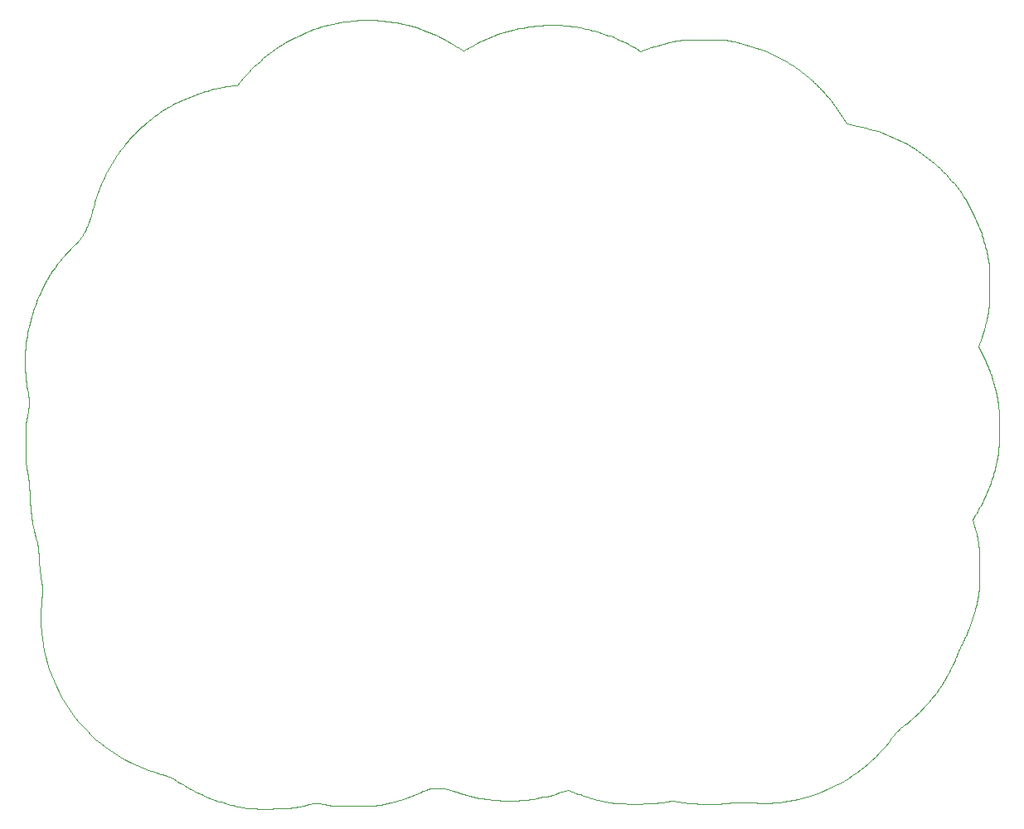
<source format=gbr>
%TF.GenerationSoftware,KiCad,Pcbnew,5.1.7-a382d34a8~88~ubuntu20.04.1*%
%TF.CreationDate,2021-01-15T04:41:24-08:00*%
%TF.ProjectId,kindcalmsafe,6b696e64-6361-46c6-9d73-6166652e6b69,rev?*%
%TF.SameCoordinates,Original*%
%TF.FileFunction,Profile,NP*%
%FSLAX46Y46*%
G04 Gerber Fmt 4.6, Leading zero omitted, Abs format (unit mm)*
G04 Created by KiCad (PCBNEW 5.1.7-a382d34a8~88~ubuntu20.04.1) date 2021-01-15 04:41:24*
%MOMM*%
%LPD*%
G01*
G04 APERTURE LIST*
%TA.AperFunction,Profile*%
%ADD10C,0.100000*%
%TD*%
G04 APERTURE END LIST*
D10*
X73198657Y-133572367D02*
X73198657Y-133572367D01*
X105815577Y-131696980D02*
X104891768Y-131995628D01*
X106675031Y-132035220D02*
X105815577Y-131696980D01*
X75611657Y-133618865D02*
X75419056Y-133621484D01*
X75419056Y-133621484D02*
X75226254Y-133623255D01*
X75226254Y-133623255D02*
X75034487Y-133624201D01*
X75034487Y-133624201D02*
X74844993Y-133624348D01*
X74844993Y-133624348D02*
X74659009Y-133623718D01*
X74659009Y-133623718D02*
X74477772Y-133622336D01*
X74477772Y-133622336D02*
X74302519Y-133620224D01*
X74302519Y-133620224D02*
X74134488Y-133617408D01*
X74134488Y-133617408D02*
X73974914Y-133613911D01*
X73974914Y-133613911D02*
X73825037Y-133609757D01*
X73825037Y-133609757D02*
X73686092Y-133604969D01*
X73686092Y-133604969D02*
X73559316Y-133599572D01*
X73559316Y-133599572D02*
X73445948Y-133593589D01*
X73445948Y-133593589D02*
X73303740Y-133583570D01*
X73303740Y-133583570D02*
X73198657Y-133572367D01*
X78503242Y-133371363D02*
X78342318Y-133404805D01*
X78342318Y-133404805D02*
X78190309Y-133434861D01*
X78190309Y-133434861D02*
X78044739Y-133461744D01*
X78044739Y-133461744D02*
X77903132Y-133485666D01*
X77903132Y-133485666D02*
X77763011Y-133506837D01*
X77763011Y-133506837D02*
X77621901Y-133525472D01*
X77621901Y-133525472D02*
X77477325Y-133541780D01*
X77477325Y-133541780D02*
X77326808Y-133555975D01*
X77326808Y-133555975D02*
X77167873Y-133568267D01*
X77167873Y-133568267D02*
X76998045Y-133578870D01*
X76998045Y-133578870D02*
X76814848Y-133587994D01*
X76814848Y-133587994D02*
X76615805Y-133595853D01*
X76615805Y-133595853D02*
X76509567Y-133599374D01*
X76509567Y-133599374D02*
X76398440Y-133602657D01*
X76398440Y-133602657D02*
X76282113Y-133605730D01*
X76282113Y-133605730D02*
X76160278Y-133608619D01*
X76160278Y-133608619D02*
X76032624Y-133611351D01*
X76032624Y-133611351D02*
X75898842Y-133613951D01*
X75898842Y-133613951D02*
X75758623Y-133616447D01*
X75758623Y-133616447D02*
X75611657Y-133618865D01*
X79760217Y-133066714D02*
X79646135Y-133102265D01*
X79646135Y-133102265D02*
X79527085Y-133134360D01*
X79527085Y-133134360D02*
X79418892Y-133161950D01*
X79418892Y-133161950D02*
X79296909Y-133191971D01*
X79296909Y-133191971D02*
X79163311Y-133223894D01*
X79163311Y-133223894D02*
X79020275Y-133257194D01*
X79020275Y-133257194D02*
X78920748Y-133279898D01*
X78920748Y-133279898D02*
X78818636Y-133302823D01*
X78818636Y-133302823D02*
X78714585Y-133325813D01*
X78714585Y-133325813D02*
X78609239Y-133348711D01*
X78609239Y-133348711D02*
X78503242Y-133371363D01*
X80932631Y-133171508D02*
X80803223Y-133145650D01*
X80803223Y-133145650D02*
X80683524Y-133122566D01*
X80683524Y-133122566D02*
X80573055Y-133102213D01*
X80573055Y-133102213D02*
X80471342Y-133084547D01*
X80471342Y-133084547D02*
X80334144Y-133062995D01*
X80334144Y-133062995D02*
X80213965Y-133047251D01*
X80213965Y-133047251D02*
X80109196Y-133037172D01*
X80109196Y-133037172D02*
X79990695Y-133032296D01*
X79990695Y-133032296D02*
X79871267Y-133039484D01*
X79871267Y-133039484D02*
X79760217Y-133066714D01*
X83951323Y-133359640D02*
X83784187Y-133359839D01*
X83784187Y-133359839D02*
X83625308Y-133359869D01*
X83625308Y-133359869D02*
X83474328Y-133359706D01*
X83474328Y-133359706D02*
X83330892Y-133359328D01*
X83330892Y-133359328D02*
X83194644Y-133358714D01*
X83194644Y-133358714D02*
X83065228Y-133357840D01*
X83065228Y-133357840D02*
X82942289Y-133356685D01*
X82942289Y-133356685D02*
X82825470Y-133355226D01*
X82825470Y-133355226D02*
X82714415Y-133353442D01*
X82714415Y-133353442D02*
X82608769Y-133351310D01*
X82608769Y-133351310D02*
X82508175Y-133348808D01*
X82508175Y-133348808D02*
X82320723Y-133342605D01*
X82320723Y-133342605D02*
X82149211Y-133334656D01*
X82149211Y-133334656D02*
X81990792Y-133324783D01*
X81990792Y-133324783D02*
X81842620Y-133312809D01*
X81842620Y-133312809D02*
X81701847Y-133298557D01*
X81701847Y-133298557D02*
X81565626Y-133281848D01*
X81565626Y-133281848D02*
X81431110Y-133262506D01*
X81431110Y-133262506D02*
X81295453Y-133240353D01*
X81295453Y-133240353D02*
X81155807Y-133215211D01*
X81155807Y-133215211D02*
X81009325Y-133186904D01*
X81009325Y-133186904D02*
X80932631Y-133171508D01*
X87096361Y-133128100D02*
X86918512Y-133165544D01*
X86918512Y-133165544D02*
X86754996Y-133198686D01*
X86754996Y-133198686D02*
X86602207Y-133227792D01*
X86602207Y-133227792D02*
X86456537Y-133253127D01*
X86456537Y-133253127D02*
X86314382Y-133274956D01*
X86314382Y-133274956D02*
X86172136Y-133293546D01*
X86172136Y-133293546D02*
X86026191Y-133309160D01*
X86026191Y-133309160D02*
X85872944Y-133322066D01*
X85872944Y-133322066D02*
X85708786Y-133332528D01*
X85708786Y-133332528D02*
X85530114Y-133340812D01*
X85530114Y-133340812D02*
X85333320Y-133347183D01*
X85333320Y-133347183D02*
X85227001Y-133349734D01*
X85227001Y-133349734D02*
X85114799Y-133351907D01*
X85114799Y-133351907D02*
X84996264Y-133353734D01*
X84996264Y-133353734D02*
X84870944Y-133355249D01*
X84870944Y-133355249D02*
X84738390Y-133356485D01*
X84738390Y-133356485D02*
X84598151Y-133357475D01*
X84598151Y-133357475D02*
X84449775Y-133358252D01*
X84449775Y-133358252D02*
X84292812Y-133358850D01*
X84292812Y-133358850D02*
X84126812Y-133359301D01*
X84126812Y-133359301D02*
X83951323Y-133359640D01*
X90781518Y-131932305D02*
X90677375Y-131979552D01*
X90677375Y-131979552D02*
X90572410Y-132026198D01*
X90572410Y-132026198D02*
X90466634Y-132072240D01*
X90466634Y-132072240D02*
X90360058Y-132117673D01*
X90360058Y-132117673D02*
X90252692Y-132162494D01*
X90252692Y-132162494D02*
X90144550Y-132206700D01*
X90144550Y-132206700D02*
X90035640Y-132250286D01*
X90035640Y-132250286D02*
X89925976Y-132293249D01*
X89925976Y-132293249D02*
X89815566Y-132335586D01*
X89815566Y-132335586D02*
X89704424Y-132377293D01*
X89704424Y-132377293D02*
X89592560Y-132418366D01*
X89592560Y-132418366D02*
X89479985Y-132458801D01*
X89479985Y-132458801D02*
X89366710Y-132498596D01*
X89366710Y-132498596D02*
X89252746Y-132537746D01*
X89252746Y-132537746D02*
X89138106Y-132576248D01*
X89138106Y-132576248D02*
X89022798Y-132614098D01*
X89022798Y-132614098D02*
X88906836Y-132651292D01*
X88906836Y-132651292D02*
X88790230Y-132687828D01*
X88790230Y-132687828D02*
X88672990Y-132723701D01*
X88672990Y-132723701D02*
X88555130Y-132758907D01*
X88555130Y-132758907D02*
X88436658Y-132793444D01*
X88436658Y-132793444D02*
X88317587Y-132827307D01*
X88317587Y-132827307D02*
X88197928Y-132860493D01*
X88197928Y-132860493D02*
X88077692Y-132892999D01*
X88077692Y-132892999D02*
X87956889Y-132924819D01*
X87956889Y-132924819D02*
X87835532Y-132955952D01*
X87835532Y-132955952D02*
X87713631Y-132986394D01*
X87713631Y-132986394D02*
X87591197Y-133016140D01*
X87591197Y-133016140D02*
X87468242Y-133045187D01*
X87468242Y-133045187D02*
X87344777Y-133073532D01*
X87344777Y-133073532D02*
X87220813Y-133101170D01*
X87220813Y-133101170D02*
X87096361Y-133128100D01*
X92493578Y-131542675D02*
X92344262Y-131542854D01*
X92344262Y-131542854D02*
X92211595Y-131543752D01*
X92211595Y-131543752D02*
X92093217Y-131545905D01*
X92093217Y-131545905D02*
X91986770Y-131549849D01*
X91986770Y-131549849D02*
X91844311Y-131560298D01*
X91844311Y-131560298D02*
X91715430Y-131577797D01*
X91715430Y-131577797D02*
X91592166Y-131604159D01*
X91592166Y-131604159D02*
X91466561Y-131641194D01*
X91466561Y-131641194D02*
X91330653Y-131690714D01*
X91330653Y-131690714D02*
X91230394Y-131731559D01*
X91230394Y-131731559D02*
X91119660Y-131779294D01*
X91119660Y-131779294D02*
X90996092Y-131834458D01*
X90996092Y-131834458D02*
X90857332Y-131897586D01*
X90857332Y-131897586D02*
X90781518Y-131932305D01*
X94474310Y-131919883D02*
X94290467Y-131858206D01*
X94290467Y-131858206D02*
X94125086Y-131803601D01*
X94125086Y-131803601D02*
X93975925Y-131755640D01*
X93975925Y-131755640D02*
X93840744Y-131713897D01*
X93840744Y-131713897D02*
X93717303Y-131677945D01*
X93717303Y-131677945D02*
X93603361Y-131647358D01*
X93603361Y-131647358D02*
X93496679Y-131621709D01*
X93496679Y-131621709D02*
X93395017Y-131600570D01*
X93395017Y-131600570D02*
X93296133Y-131583517D01*
X93296133Y-131583517D02*
X93148118Y-131564662D01*
X93148118Y-131564662D02*
X93046380Y-131555953D01*
X93046380Y-131555953D02*
X92939581Y-131549836D01*
X92939581Y-131549836D02*
X92825479Y-131545884D01*
X92825479Y-131545884D02*
X92701836Y-131543670D01*
X92701836Y-131543670D02*
X92566409Y-131542767D01*
X92566409Y-131542767D02*
X92493578Y-131542675D01*
X104891768Y-131995628D02*
X104570504Y-132096034D01*
X104570504Y-132096034D02*
X104248450Y-132189807D01*
X104248450Y-132189807D02*
X103925657Y-132276945D01*
X103925657Y-132276945D02*
X103602176Y-132357450D01*
X103602176Y-132357450D02*
X103278059Y-132431322D01*
X103278059Y-132431322D02*
X102953357Y-132498561D01*
X102953357Y-132498561D02*
X102628121Y-132559167D01*
X102628121Y-132559167D02*
X102302404Y-132613142D01*
X102302404Y-132613142D02*
X101976256Y-132660485D01*
X101976256Y-132660485D02*
X101649728Y-132701196D01*
X101649728Y-132701196D02*
X101322873Y-132735277D01*
X101322873Y-132735277D02*
X100995742Y-132762727D01*
X100995742Y-132762727D02*
X100668386Y-132783546D01*
X100668386Y-132783546D02*
X100340857Y-132797736D01*
X100340857Y-132797736D02*
X100013205Y-132805297D01*
X100013205Y-132805297D02*
X99685483Y-132806228D01*
X99685483Y-132806228D02*
X99357742Y-132800531D01*
X99357742Y-132800531D02*
X99030033Y-132788205D01*
X99030033Y-132788205D02*
X98702408Y-132769252D01*
X98702408Y-132769252D02*
X98374918Y-132743671D01*
X98374918Y-132743671D02*
X98047615Y-132711462D01*
X98047615Y-132711462D02*
X97720550Y-132672627D01*
X97720550Y-132672627D02*
X97393775Y-132627165D01*
X97393775Y-132627165D02*
X97067340Y-132575078D01*
X97067340Y-132575078D02*
X96741298Y-132516364D01*
X96741298Y-132516364D02*
X96415699Y-132451026D01*
X96415699Y-132451026D02*
X96090596Y-132379062D01*
X96090596Y-132379062D02*
X95766040Y-132300474D01*
X95766040Y-132300474D02*
X95442081Y-132215261D01*
X95442081Y-132215261D02*
X95118773Y-132123425D01*
X95118773Y-132123425D02*
X94796165Y-132024965D01*
X94796165Y-132024965D02*
X94474310Y-131919883D01*
X147113251Y-104070786D02*
X147283109Y-104662225D01*
X147396107Y-103603892D02*
X147113251Y-104070786D01*
X109901659Y-132955536D02*
X109792163Y-132933607D01*
X109792163Y-132933607D02*
X109683029Y-132911181D01*
X109683029Y-132911181D02*
X109574278Y-132888265D01*
X109574278Y-132888265D02*
X109465930Y-132864863D01*
X109465930Y-132864863D02*
X109358002Y-132840981D01*
X109358002Y-132840981D02*
X109250516Y-132816624D01*
X109250516Y-132816624D02*
X109143491Y-132791799D01*
X109143491Y-132791799D02*
X109036946Y-132766511D01*
X109036946Y-132766511D02*
X108930901Y-132740766D01*
X108930901Y-132740766D02*
X108825376Y-132714568D01*
X108825376Y-132714568D02*
X108720390Y-132687925D01*
X108720390Y-132687925D02*
X108615963Y-132660840D01*
X108615963Y-132660840D02*
X108512115Y-132633320D01*
X108512115Y-132633320D02*
X108408865Y-132605371D01*
X108408865Y-132605371D02*
X108306232Y-132576998D01*
X108306232Y-132576998D02*
X108204238Y-132548207D01*
X108204238Y-132548207D02*
X108102900Y-132519003D01*
X108102900Y-132519003D02*
X108002239Y-132489391D01*
X108002239Y-132489391D02*
X107902274Y-132459379D01*
X107902274Y-132459379D02*
X107803026Y-132428970D01*
X107803026Y-132428970D02*
X107704513Y-132398171D01*
X107704513Y-132398171D02*
X107606755Y-132366987D01*
X107606755Y-132366987D02*
X107509772Y-132335424D01*
X107509772Y-132335424D02*
X107413583Y-132303487D01*
X107413583Y-132303487D02*
X107318209Y-132271183D01*
X107318209Y-132271183D02*
X107223668Y-132238516D01*
X107223668Y-132238516D02*
X107037166Y-132172118D01*
X107037166Y-132172118D02*
X106854235Y-132104337D01*
X106854235Y-132104337D02*
X106675031Y-132035220D01*
X115585213Y-132949716D02*
X115466105Y-132970047D01*
X115466105Y-132970047D02*
X115335178Y-132989087D01*
X115335178Y-132989087D02*
X115193236Y-133006835D01*
X115193236Y-133006835D02*
X115041083Y-133023289D01*
X115041083Y-133023289D02*
X114879525Y-133038448D01*
X114879525Y-133038448D02*
X114709366Y-133052313D01*
X114709366Y-133052313D02*
X114531410Y-133064882D01*
X114531410Y-133064882D02*
X114346462Y-133076154D01*
X114346462Y-133076154D02*
X114155325Y-133086129D01*
X114155325Y-133086129D02*
X113958805Y-133094805D01*
X113958805Y-133094805D02*
X113757707Y-133102183D01*
X113757707Y-133102183D02*
X113552834Y-133108260D01*
X113552834Y-133108260D02*
X113344991Y-133113036D01*
X113344991Y-133113036D02*
X113134982Y-133116511D01*
X113134982Y-133116511D02*
X112923613Y-133118683D01*
X112923613Y-133118683D02*
X112711687Y-133119552D01*
X112711687Y-133119552D02*
X112500010Y-133119117D01*
X112500010Y-133119117D02*
X112289384Y-133117377D01*
X112289384Y-133117377D02*
X112080616Y-133114331D01*
X112080616Y-133114331D02*
X111874509Y-133109979D01*
X111874509Y-133109979D02*
X111671869Y-133104319D01*
X111671869Y-133104319D02*
X111473498Y-133097351D01*
X111473498Y-133097351D02*
X111280203Y-133089074D01*
X111280203Y-133089074D02*
X111092787Y-133079487D01*
X111092787Y-133079487D02*
X110912055Y-133068589D01*
X110912055Y-133068589D02*
X110738812Y-133056380D01*
X110738812Y-133056380D02*
X110573861Y-133042858D01*
X110573861Y-133042858D02*
X110418008Y-133028023D01*
X110418008Y-133028023D02*
X110272056Y-133011874D01*
X110272056Y-133011874D02*
X110136811Y-132994411D01*
X110136811Y-132994411D02*
X110013077Y-132975631D01*
X110013077Y-132975631D02*
X109901659Y-132955536D01*
X117193879Y-132937227D02*
X117065950Y-132912442D01*
X117065950Y-132912442D02*
X116951373Y-132890990D01*
X116951373Y-132890990D02*
X116848069Y-132872888D01*
X116848069Y-132872888D02*
X116709702Y-132852051D01*
X116709702Y-132852051D02*
X116585008Y-132838841D01*
X116585008Y-132838841D02*
X116466971Y-132833312D01*
X116466971Y-132833312D02*
X116348576Y-132835520D01*
X116348576Y-132835520D02*
X116222808Y-132845519D01*
X116222808Y-132845519D02*
X116082652Y-132863363D01*
X116082652Y-132863363D02*
X115977757Y-132879644D01*
X115977757Y-132879644D02*
X115861271Y-132899453D01*
X115861271Y-132899453D02*
X115731116Y-132922804D01*
X115731116Y-132922804D02*
X115585213Y-132949716D01*
X122057996Y-133059462D02*
X121945074Y-133072756D01*
X121945074Y-133072756D02*
X121823910Y-133084803D01*
X121823910Y-133084803D02*
X121695076Y-133095617D01*
X121695076Y-133095617D02*
X121559145Y-133105211D01*
X121559145Y-133105211D02*
X121416687Y-133113600D01*
X121416687Y-133113600D02*
X121268275Y-133120799D01*
X121268275Y-133120799D02*
X121114482Y-133126822D01*
X121114482Y-133126822D02*
X120955879Y-133131683D01*
X120955879Y-133131683D02*
X120793038Y-133135397D01*
X120793038Y-133135397D02*
X120626532Y-133137978D01*
X120626532Y-133137978D02*
X120456932Y-133139441D01*
X120456932Y-133139441D02*
X120284811Y-133139799D01*
X120284811Y-133139799D02*
X120110741Y-133139068D01*
X120110741Y-133139068D02*
X119935293Y-133137261D01*
X119935293Y-133137261D02*
X119759040Y-133134393D01*
X119759040Y-133134393D02*
X119582554Y-133130478D01*
X119582554Y-133130478D02*
X119406406Y-133125531D01*
X119406406Y-133125531D02*
X119231170Y-133119566D01*
X119231170Y-133119566D02*
X119057417Y-133112598D01*
X119057417Y-133112598D02*
X118885719Y-133104640D01*
X118885719Y-133104640D02*
X118716648Y-133095708D01*
X118716648Y-133095708D02*
X118550777Y-133085815D01*
X118550777Y-133085815D02*
X118388677Y-133074976D01*
X118388677Y-133074976D02*
X118230920Y-133063205D01*
X118230920Y-133063205D02*
X118078079Y-133050518D01*
X118078079Y-133050518D02*
X117930725Y-133036927D01*
X117930725Y-133036927D02*
X117789431Y-133022448D01*
X117789431Y-133022448D02*
X117654769Y-133007094D01*
X117654769Y-133007094D02*
X117527310Y-132990881D01*
X117527310Y-132990881D02*
X117407628Y-132973822D01*
X117407628Y-132973822D02*
X117296293Y-132955933D01*
X117296293Y-132955933D02*
X117193879Y-132937227D01*
X124845325Y-133019777D02*
X124693608Y-133011488D01*
X124693608Y-133011488D02*
X124550549Y-133003751D01*
X124550549Y-133003751D02*
X124415701Y-132996571D01*
X124415701Y-132996571D02*
X124288612Y-132989955D01*
X124288612Y-132989955D02*
X124168835Y-132983908D01*
X124168835Y-132983908D02*
X124055921Y-132978438D01*
X124055921Y-132978438D02*
X123949419Y-132973551D01*
X123949419Y-132973551D02*
X123848883Y-132969253D01*
X123848883Y-132969253D02*
X123663907Y-132962449D01*
X123663907Y-132962449D02*
X123497402Y-132958079D01*
X123497402Y-132958079D02*
X123345775Y-132956194D01*
X123345775Y-132956194D02*
X123205434Y-132956844D01*
X123205434Y-132956844D02*
X123072788Y-132960081D01*
X123072788Y-132960081D02*
X122944244Y-132965955D01*
X122944244Y-132965955D02*
X122816212Y-132974519D01*
X122816212Y-132974519D02*
X122685098Y-132985823D01*
X122685098Y-132985823D02*
X122547311Y-132999918D01*
X122547311Y-132999918D02*
X122399260Y-133016855D01*
X122399260Y-133016855D02*
X122237352Y-133036686D01*
X122237352Y-133036686D02*
X122057996Y-133059462D01*
X138851113Y-126393092D02*
X138541285Y-126797002D01*
X138541285Y-126797002D02*
X138219183Y-127190119D01*
X138219183Y-127190119D02*
X137885211Y-127572251D01*
X137885211Y-127572251D02*
X137539771Y-127943208D01*
X137539771Y-127943208D02*
X137183265Y-128302799D01*
X137183265Y-128302799D02*
X136816095Y-128650834D01*
X136816095Y-128650834D02*
X136438665Y-128987124D01*
X136438665Y-128987124D02*
X136051376Y-129311476D01*
X136051376Y-129311476D02*
X135654631Y-129623701D01*
X135654631Y-129623701D02*
X135248832Y-129923608D01*
X135248832Y-129923608D02*
X134834382Y-130211008D01*
X134834382Y-130211008D02*
X134411684Y-130485709D01*
X134411684Y-130485709D02*
X133981140Y-130747521D01*
X133981140Y-130747521D02*
X133543152Y-130996253D01*
X133543152Y-130996253D02*
X133098123Y-131231716D01*
X133098123Y-131231716D02*
X132646455Y-131453719D01*
X132646455Y-131453719D02*
X132188551Y-131662071D01*
X132188551Y-131662071D02*
X131724813Y-131856581D01*
X131724813Y-131856581D02*
X131255644Y-132037061D01*
X131255644Y-132037061D02*
X130781446Y-132203318D01*
X130781446Y-132203318D02*
X130302622Y-132355163D01*
X130302622Y-132355163D02*
X129819574Y-132492405D01*
X129819574Y-132492405D02*
X129332705Y-132614854D01*
X129332705Y-132614854D02*
X128842416Y-132722319D01*
X128842416Y-132722319D02*
X128349111Y-132814610D01*
X128349111Y-132814610D02*
X127853193Y-132891537D01*
X127853193Y-132891537D02*
X127355062Y-132952908D01*
X127355062Y-132952908D02*
X126855123Y-132998535D01*
X126855123Y-132998535D02*
X126353777Y-133028225D01*
X126353777Y-133028225D02*
X125851427Y-133041789D01*
X125851427Y-133041789D02*
X125348475Y-133039036D01*
X125348475Y-133039036D02*
X124845325Y-133019777D01*
X139946184Y-125245115D02*
X139848594Y-125318302D01*
X139848594Y-125318302D02*
X139749768Y-125398811D01*
X139749768Y-125398811D02*
X139649769Y-125486574D01*
X139649769Y-125486574D02*
X139548662Y-125581522D01*
X139548662Y-125581522D02*
X139446513Y-125683587D01*
X139446513Y-125683587D02*
X139343386Y-125792700D01*
X139343386Y-125792700D02*
X139274124Y-125869325D01*
X139274124Y-125869325D02*
X139204475Y-125949031D01*
X139204475Y-125949031D02*
X139134460Y-126031800D01*
X139134460Y-126031800D02*
X139064096Y-126117611D01*
X139064096Y-126117611D02*
X138993405Y-126206443D01*
X138993405Y-126206443D02*
X138922404Y-126298277D01*
X138922404Y-126298277D02*
X138851113Y-126393092D01*
X144092964Y-120766804D02*
X143991848Y-120923432D01*
X143991848Y-120923432D02*
X143887437Y-121080559D01*
X143887437Y-121080559D02*
X143779877Y-121238028D01*
X143779877Y-121238028D02*
X143669313Y-121395680D01*
X143669313Y-121395680D02*
X143555891Y-121553359D01*
X143555891Y-121553359D02*
X143439758Y-121710907D01*
X143439758Y-121710907D02*
X143321058Y-121868166D01*
X143321058Y-121868166D02*
X143199938Y-122024980D01*
X143199938Y-122024980D02*
X143076543Y-122181189D01*
X143076543Y-122181189D02*
X142951020Y-122336637D01*
X142951020Y-122336637D02*
X142823514Y-122491167D01*
X142823514Y-122491167D02*
X142694171Y-122644620D01*
X142694171Y-122644620D02*
X142563138Y-122796840D01*
X142563138Y-122796840D02*
X142430559Y-122947668D01*
X142430559Y-122947668D02*
X142296580Y-123096948D01*
X142296580Y-123096948D02*
X142161349Y-123244522D01*
X142161349Y-123244522D02*
X142025009Y-123390231D01*
X142025009Y-123390231D02*
X141887708Y-123533920D01*
X141887708Y-123533920D02*
X141749591Y-123675429D01*
X141749591Y-123675429D02*
X141610804Y-123814603D01*
X141610804Y-123814603D02*
X141471493Y-123951282D01*
X141471493Y-123951282D02*
X141331803Y-124085310D01*
X141331803Y-124085310D02*
X141191881Y-124216529D01*
X141191881Y-124216529D02*
X141051872Y-124344782D01*
X141051872Y-124344782D02*
X140911922Y-124469911D01*
X140911922Y-124469911D02*
X140772178Y-124591759D01*
X140772178Y-124591759D02*
X140632784Y-124710168D01*
X140632784Y-124710168D02*
X140493887Y-124824980D01*
X140493887Y-124824980D02*
X140355633Y-124936038D01*
X140355633Y-124936038D02*
X140218167Y-125043185D01*
X140218167Y-125043185D02*
X140081635Y-125146263D01*
X140081635Y-125146263D02*
X139946184Y-125245115D01*
X145428316Y-118139859D02*
X145376788Y-118266557D01*
X145376788Y-118266557D02*
X145315277Y-118409517D01*
X145315277Y-118409517D02*
X145245010Y-118566327D01*
X145245010Y-118566327D02*
X145167213Y-118734571D01*
X145167213Y-118734571D02*
X145083113Y-118911837D01*
X145083113Y-118911837D02*
X145039083Y-119003098D01*
X145039083Y-119003098D02*
X144993937Y-119095709D01*
X144993937Y-119095709D02*
X144947829Y-119189369D01*
X144947829Y-119189369D02*
X144900913Y-119283776D01*
X144900913Y-119283776D02*
X144853341Y-119378627D01*
X144853341Y-119378627D02*
X144805267Y-119473622D01*
X144805267Y-119473622D02*
X144756845Y-119568458D01*
X144756845Y-119568458D02*
X144708227Y-119662833D01*
X144708227Y-119662833D02*
X144659567Y-119756447D01*
X144659567Y-119756447D02*
X144611019Y-119848997D01*
X144611019Y-119848997D02*
X144562735Y-119940182D01*
X144562735Y-119940182D02*
X144514870Y-120029700D01*
X144514870Y-120029700D02*
X144421008Y-120202527D01*
X144421008Y-120202527D02*
X144330659Y-120365064D01*
X144330659Y-120365064D02*
X144245051Y-120514899D01*
X144245051Y-120514899D02*
X144165410Y-120649616D01*
X144165410Y-120649616D02*
X144092964Y-120766804D01*
X146187235Y-116462068D02*
X146126595Y-116590422D01*
X146126595Y-116590422D02*
X146065901Y-116719658D01*
X146065901Y-116719658D02*
X146005542Y-116848917D01*
X146005542Y-116848917D02*
X145945905Y-116977337D01*
X145945905Y-116977337D02*
X145887381Y-117104058D01*
X145887381Y-117104058D02*
X145830359Y-117228220D01*
X145830359Y-117228220D02*
X145775227Y-117348963D01*
X145775227Y-117348963D02*
X145722374Y-117465427D01*
X145722374Y-117465427D02*
X145672191Y-117576752D01*
X145672191Y-117576752D02*
X145625065Y-117682076D01*
X145625065Y-117682076D02*
X145581387Y-117780541D01*
X145581387Y-117780541D02*
X145523183Y-117913494D01*
X145523183Y-117913494D02*
X145474923Y-118026174D01*
X145474923Y-118026174D02*
X145428316Y-118139859D01*
X147597460Y-112335703D02*
X147567485Y-112474236D01*
X147567485Y-112474236D02*
X147536946Y-112611144D01*
X147536946Y-112611144D02*
X147505807Y-112746528D01*
X147505807Y-112746528D02*
X147474034Y-112880488D01*
X147474034Y-112880488D02*
X147441592Y-113013124D01*
X147441592Y-113013124D02*
X147408448Y-113144538D01*
X147408448Y-113144538D02*
X147374566Y-113274831D01*
X147374566Y-113274831D02*
X147339912Y-113404102D01*
X147339912Y-113404102D02*
X147304452Y-113532453D01*
X147304452Y-113532453D02*
X147268152Y-113659984D01*
X147268152Y-113659984D02*
X147230976Y-113786796D01*
X147230976Y-113786796D02*
X147192891Y-113912989D01*
X147192891Y-113912989D02*
X147153863Y-114038665D01*
X147153863Y-114038665D02*
X147113856Y-114163924D01*
X147113856Y-114163924D02*
X147072837Y-114288867D01*
X147072837Y-114288867D02*
X147030770Y-114413594D01*
X147030770Y-114413594D02*
X146987623Y-114538206D01*
X146987623Y-114538206D02*
X146943359Y-114662804D01*
X146943359Y-114662804D02*
X146897945Y-114787488D01*
X146897945Y-114787488D02*
X146851346Y-114912360D01*
X146851346Y-114912360D02*
X146803529Y-115037519D01*
X146803529Y-115037519D02*
X146754458Y-115163067D01*
X146754458Y-115163067D02*
X146704099Y-115289104D01*
X146704099Y-115289104D02*
X146652417Y-115415731D01*
X146652417Y-115415731D02*
X146599379Y-115543049D01*
X146599379Y-115543049D02*
X146544950Y-115671158D01*
X146544950Y-115671158D02*
X146489095Y-115800159D01*
X146489095Y-115800159D02*
X146431781Y-115930152D01*
X146431781Y-115930152D02*
X146372972Y-116061239D01*
X146372972Y-116061239D02*
X146312634Y-116193520D01*
X146312634Y-116193520D02*
X146250733Y-116327096D01*
X146250733Y-116327096D02*
X146187235Y-116462068D01*
X147828997Y-109190667D02*
X147828658Y-109366155D01*
X147828658Y-109366155D02*
X147828207Y-109532156D01*
X147828207Y-109532156D02*
X147827609Y-109689118D01*
X147827609Y-109689118D02*
X147826832Y-109837494D01*
X147826832Y-109837494D02*
X147825842Y-109977733D01*
X147825842Y-109977733D02*
X147824606Y-110110287D01*
X147824606Y-110110287D02*
X147823091Y-110235606D01*
X147823091Y-110235606D02*
X147821264Y-110354141D01*
X147821264Y-110354141D02*
X147819091Y-110466343D01*
X147819091Y-110466343D02*
X147816540Y-110572662D01*
X147816540Y-110572662D02*
X147813576Y-110673549D01*
X147813576Y-110673549D02*
X147806282Y-110860832D01*
X147806282Y-110860832D02*
X147796942Y-111031796D01*
X147796942Y-111031796D02*
X147785291Y-111190047D01*
X147785291Y-111190047D02*
X147771064Y-111339192D01*
X147771064Y-111339192D02*
X147753996Y-111482837D01*
X147753996Y-111482837D02*
X147733820Y-111624587D01*
X147733820Y-111624587D02*
X147710271Y-111768049D01*
X147710271Y-111768049D02*
X147683085Y-111916828D01*
X147683085Y-111916828D02*
X147651995Y-112074530D01*
X147651995Y-112074530D02*
X147616735Y-112244761D01*
X147616735Y-112244761D02*
X147597460Y-112335703D01*
X147283109Y-104662225D02*
X147325269Y-104810310D01*
X147325269Y-104810310D02*
X147365295Y-104953697D01*
X147365295Y-104953697D02*
X147403238Y-105092813D01*
X147403238Y-105092813D02*
X147439149Y-105228086D01*
X147439149Y-105228086D02*
X147473080Y-105359943D01*
X147473080Y-105359943D02*
X147505082Y-105488812D01*
X147505082Y-105488812D02*
X147535207Y-105615120D01*
X147535207Y-105615120D02*
X147563507Y-105739294D01*
X147563507Y-105739294D02*
X147590033Y-105861762D01*
X147590033Y-105861762D02*
X147614836Y-105982951D01*
X147614836Y-105982951D02*
X147637968Y-106103288D01*
X147637968Y-106103288D02*
X147659480Y-106223202D01*
X147659480Y-106223202D02*
X147679425Y-106343120D01*
X147679425Y-106343120D02*
X147697853Y-106463468D01*
X147697853Y-106463468D02*
X147714817Y-106584674D01*
X147714817Y-106584674D02*
X147730367Y-106707166D01*
X147730367Y-106707166D02*
X147744555Y-106831371D01*
X147744555Y-106831371D02*
X147757433Y-106957717D01*
X147757433Y-106957717D02*
X147769052Y-107086631D01*
X147769052Y-107086631D02*
X147779464Y-107218540D01*
X147779464Y-107218540D02*
X147788720Y-107353872D01*
X147788720Y-107353872D02*
X147796872Y-107493054D01*
X147796872Y-107493054D02*
X147803971Y-107636513D01*
X147803971Y-107636513D02*
X147810069Y-107784678D01*
X147810069Y-107784678D02*
X147815218Y-107937975D01*
X147815218Y-107937975D02*
X147819468Y-108096832D01*
X147819468Y-108096832D02*
X147822872Y-108261677D01*
X147822872Y-108261677D02*
X147825481Y-108432936D01*
X147825481Y-108432936D02*
X147827346Y-108611037D01*
X147827346Y-108611037D02*
X147828520Y-108796407D01*
X147828520Y-108796407D02*
X147829053Y-108989475D01*
X147829053Y-108989475D02*
X147828997Y-109190667D01*
X147721050Y-86449721D02*
X148145645Y-87295827D01*
X148049829Y-85466482D02*
X147721050Y-86449721D01*
X149704398Y-97421997D02*
X149671875Y-97621158D01*
X149671875Y-97621158D02*
X149636769Y-97820005D01*
X149636769Y-97820005D02*
X149599085Y-98018531D01*
X149599085Y-98018531D02*
X149558823Y-98216728D01*
X149558823Y-98216728D02*
X149515987Y-98414590D01*
X149515987Y-98414590D02*
X149470580Y-98612109D01*
X149470580Y-98612109D02*
X149422604Y-98809278D01*
X149422604Y-98809278D02*
X149372061Y-99006090D01*
X149372061Y-99006090D02*
X149318955Y-99202538D01*
X149318955Y-99202538D02*
X149263288Y-99398614D01*
X149263288Y-99398614D02*
X149205063Y-99594312D01*
X149205063Y-99594312D02*
X149144282Y-99789624D01*
X149144282Y-99789624D02*
X149080949Y-99984544D01*
X149080949Y-99984544D02*
X149015065Y-100179064D01*
X149015065Y-100179064D02*
X148946633Y-100373176D01*
X148946633Y-100373176D02*
X148875657Y-100566875D01*
X148875657Y-100566875D02*
X148802139Y-100760152D01*
X148802139Y-100760152D02*
X148726081Y-100953000D01*
X148726081Y-100953000D02*
X148647486Y-101145413D01*
X148647486Y-101145413D02*
X148566356Y-101337383D01*
X148566356Y-101337383D02*
X148482696Y-101528904D01*
X148482696Y-101528904D02*
X148396506Y-101719967D01*
X148396506Y-101719967D02*
X148307790Y-101910566D01*
X148307790Y-101910566D02*
X148216551Y-102100694D01*
X148216551Y-102100694D02*
X148122790Y-102290343D01*
X148122790Y-102290343D02*
X148026512Y-102479507D01*
X148026512Y-102479507D02*
X147927717Y-102668178D01*
X147927717Y-102668178D02*
X147826410Y-102856349D01*
X147826410Y-102856349D02*
X147722593Y-103044013D01*
X147722593Y-103044013D02*
X147616268Y-103231163D01*
X147616268Y-103231163D02*
X147507438Y-103417791D01*
X147507438Y-103417791D02*
X147396107Y-103603892D01*
X149709743Y-92172664D02*
X149728126Y-92303401D01*
X149728126Y-92303401D02*
X149745309Y-92440861D01*
X149745309Y-92440861D02*
X149761290Y-92584587D01*
X149761290Y-92584587D02*
X149776071Y-92734120D01*
X149776071Y-92734120D02*
X149789651Y-92889005D01*
X149789651Y-92889005D02*
X149802032Y-93048782D01*
X149802032Y-93048782D02*
X149813213Y-93212996D01*
X149813213Y-93212996D02*
X149823196Y-93381188D01*
X149823196Y-93381188D02*
X149831980Y-93552901D01*
X149831980Y-93552901D02*
X149839567Y-93727677D01*
X149839567Y-93727677D02*
X149845956Y-93905060D01*
X149845956Y-93905060D02*
X149851149Y-94084591D01*
X149851149Y-94084591D02*
X149855145Y-94265813D01*
X149855145Y-94265813D02*
X149857945Y-94448269D01*
X149857945Y-94448269D02*
X149859550Y-94631502D01*
X149859550Y-94631502D02*
X149859960Y-94815054D01*
X149859960Y-94815054D02*
X149859175Y-94998467D01*
X149859175Y-94998467D02*
X149857197Y-95181284D01*
X149857197Y-95181284D02*
X149854025Y-95363048D01*
X149854025Y-95363048D02*
X149849660Y-95543301D01*
X149849660Y-95543301D02*
X149844102Y-95721586D01*
X149844102Y-95721586D02*
X149837352Y-95897445D01*
X149837352Y-95897445D02*
X149829411Y-96070422D01*
X149829411Y-96070422D02*
X149820279Y-96240058D01*
X149820279Y-96240058D02*
X149809956Y-96405896D01*
X149809956Y-96405896D02*
X149798443Y-96567478D01*
X149798443Y-96567478D02*
X149785740Y-96724348D01*
X149785740Y-96724348D02*
X149771848Y-96876048D01*
X149771848Y-96876048D02*
X149756767Y-97022120D01*
X149756767Y-97022120D02*
X149740498Y-97162107D01*
X149740498Y-97162107D02*
X149723042Y-97295552D01*
X149723042Y-97295552D02*
X149704398Y-97421997D01*
X148145645Y-87295827D02*
X148221199Y-87448010D01*
X148221199Y-87448010D02*
X148294870Y-87599703D01*
X148294870Y-87599703D02*
X148366675Y-87750955D01*
X148366675Y-87750955D02*
X148436628Y-87901816D01*
X148436628Y-87901816D02*
X148504747Y-88052337D01*
X148504747Y-88052337D02*
X148571048Y-88202569D01*
X148571048Y-88202569D02*
X148635546Y-88352562D01*
X148635546Y-88352562D02*
X148698259Y-88502368D01*
X148698259Y-88502368D02*
X148759202Y-88652035D01*
X148759202Y-88652035D02*
X148818391Y-88801615D01*
X148818391Y-88801615D02*
X148875843Y-88951159D01*
X148875843Y-88951159D02*
X148931574Y-89100717D01*
X148931574Y-89100717D02*
X148985600Y-89250340D01*
X148985600Y-89250340D02*
X149037937Y-89400077D01*
X149037937Y-89400077D02*
X149088603Y-89549980D01*
X149088603Y-89549980D02*
X149137611Y-89700100D01*
X149137611Y-89700100D02*
X149184980Y-89850486D01*
X149184980Y-89850486D02*
X149230725Y-90001189D01*
X149230725Y-90001189D02*
X149274863Y-90152261D01*
X149274863Y-90152261D02*
X149317409Y-90303750D01*
X149317409Y-90303750D02*
X149358380Y-90455709D01*
X149358380Y-90455709D02*
X149397792Y-90608187D01*
X149397792Y-90608187D02*
X149435662Y-90761236D01*
X149435662Y-90761236D02*
X149472005Y-90914905D01*
X149472005Y-90914905D02*
X149506838Y-91069245D01*
X149506838Y-91069245D02*
X149540177Y-91224306D01*
X149540177Y-91224306D02*
X149572038Y-91380140D01*
X149572038Y-91380140D02*
X149602437Y-91536797D01*
X149602437Y-91536797D02*
X149631391Y-91694327D01*
X149631391Y-91694327D02*
X149658916Y-91852781D01*
X149658916Y-91852781D02*
X149685027Y-92012210D01*
X149685027Y-92012210D02*
X149709743Y-92172664D01*
X134250101Y-63679094D02*
X135391027Y-63903863D01*
X133827371Y-62983097D02*
X134250101Y-63679094D01*
X148610641Y-83396119D02*
X148585297Y-83511963D01*
X148585297Y-83511963D02*
X148557317Y-83634567D01*
X148557317Y-83634567D02*
X148526989Y-83762871D01*
X148526989Y-83762871D02*
X148494599Y-83895813D01*
X148494599Y-83895813D02*
X148460437Y-84032331D01*
X148460437Y-84032331D02*
X148424788Y-84171363D01*
X148424788Y-84171363D02*
X148387941Y-84311849D01*
X148387941Y-84311849D02*
X148350183Y-84452727D01*
X148350183Y-84452727D02*
X148311801Y-84592935D01*
X148311801Y-84592935D02*
X148273084Y-84731412D01*
X148273084Y-84731412D02*
X148234318Y-84867097D01*
X148234318Y-84867097D02*
X148195792Y-84998927D01*
X148195792Y-84998927D02*
X148157792Y-85125843D01*
X148157792Y-85125843D02*
X148120607Y-85246781D01*
X148120607Y-85246781D02*
X148084523Y-85360681D01*
X148084523Y-85360681D02*
X148049829Y-85466482D01*
X148842679Y-80192330D02*
X148842631Y-80373396D01*
X148842631Y-80373396D02*
X148842465Y-80544456D01*
X148842465Y-80544456D02*
X148842147Y-80705989D01*
X148842147Y-80705989D02*
X148841640Y-80858472D01*
X148841640Y-80858472D02*
X148840912Y-81002385D01*
X148840912Y-81002385D02*
X148839927Y-81138205D01*
X148839927Y-81138205D02*
X148838650Y-81266411D01*
X148838650Y-81266411D02*
X148837047Y-81387480D01*
X148837047Y-81387480D02*
X148835084Y-81501893D01*
X148835084Y-81501893D02*
X148832725Y-81610126D01*
X148832725Y-81610126D02*
X148829936Y-81712658D01*
X148829936Y-81712658D02*
X148822929Y-81902534D01*
X148822929Y-81902534D02*
X148813785Y-82075346D01*
X148813785Y-82075346D02*
X148802228Y-82234923D01*
X148802228Y-82234923D02*
X148787981Y-82385090D01*
X148787981Y-82385090D02*
X148770766Y-82529675D01*
X148770766Y-82529675D02*
X148750305Y-82672505D01*
X148750305Y-82672505D02*
X148726322Y-82817405D01*
X148726322Y-82817405D02*
X148698539Y-82968204D01*
X148698539Y-82968204D02*
X148666680Y-83128728D01*
X148666680Y-83128728D02*
X148630467Y-83302803D01*
X148630467Y-83302803D02*
X148610641Y-83396119D01*
X148613971Y-77004960D02*
X148651780Y-77183996D01*
X148651780Y-77183996D02*
X148685196Y-77348180D01*
X148685196Y-77348180D02*
X148714487Y-77501270D01*
X148714487Y-77501270D02*
X148739924Y-77647026D01*
X148739924Y-77647026D02*
X148761775Y-77789207D01*
X148761775Y-77789207D02*
X148780312Y-77931572D01*
X148780312Y-77931572D02*
X148795803Y-78077880D01*
X148795803Y-78077880D02*
X148808518Y-78231890D01*
X148808518Y-78231890D02*
X148818727Y-78397360D01*
X148818727Y-78397360D02*
X148826700Y-78578051D01*
X148826700Y-78578051D02*
X148832706Y-78777722D01*
X148832706Y-78777722D02*
X148835056Y-78885849D01*
X148835056Y-78885849D02*
X148837015Y-79000130D01*
X148837015Y-79000130D02*
X148838618Y-79121036D01*
X148838618Y-79121036D02*
X148839898Y-79249036D01*
X148839898Y-79249036D02*
X148840888Y-79384600D01*
X148840888Y-79384600D02*
X148841622Y-79528199D01*
X148841622Y-79528199D02*
X148842135Y-79680301D01*
X148842135Y-79680301D02*
X148842459Y-79841377D01*
X148842459Y-79841377D02*
X148842629Y-80011896D01*
X148842629Y-80011896D02*
X148842679Y-80192330D01*
X146223804Y-71136878D02*
X146323551Y-71290722D01*
X146323551Y-71290722D02*
X146422082Y-71447453D01*
X146422082Y-71447453D02*
X146519356Y-71606975D01*
X146519356Y-71606975D02*
X146615334Y-71769188D01*
X146615334Y-71769188D02*
X146709976Y-71933993D01*
X146709976Y-71933993D02*
X146803242Y-72101294D01*
X146803242Y-72101294D02*
X146895091Y-72270992D01*
X146895091Y-72270992D02*
X146985484Y-72442987D01*
X146985484Y-72442987D02*
X147074381Y-72617183D01*
X147074381Y-72617183D02*
X147161741Y-72793481D01*
X147161741Y-72793481D02*
X147247525Y-72971782D01*
X147247525Y-72971782D02*
X147331693Y-73151989D01*
X147331693Y-73151989D02*
X147414204Y-73334003D01*
X147414204Y-73334003D02*
X147495018Y-73517725D01*
X147495018Y-73517725D02*
X147574096Y-73703059D01*
X147574096Y-73703059D02*
X147651398Y-73889905D01*
X147651398Y-73889905D02*
X147726883Y-74078164D01*
X147726883Y-74078164D02*
X147800512Y-74267740D01*
X147800512Y-74267740D02*
X147872244Y-74458534D01*
X147872244Y-74458534D02*
X147942039Y-74650447D01*
X147942039Y-74650447D02*
X148009858Y-74843381D01*
X148009858Y-74843381D02*
X148075661Y-75037239D01*
X148075661Y-75037239D02*
X148139407Y-75231920D01*
X148139407Y-75231920D02*
X148201056Y-75427329D01*
X148201056Y-75427329D02*
X148260568Y-75623365D01*
X148260568Y-75623365D02*
X148317904Y-75819932D01*
X148317904Y-75819932D02*
X148373024Y-76016930D01*
X148373024Y-76016930D02*
X148425887Y-76214262D01*
X148425887Y-76214262D02*
X148476453Y-76411829D01*
X148476453Y-76411829D02*
X148524682Y-76609533D01*
X148524682Y-76609533D02*
X148570535Y-76807276D01*
X148570535Y-76807276D02*
X148613971Y-77004960D01*
X135391027Y-63903863D02*
X135812915Y-63992220D01*
X135812915Y-63992220D02*
X136230508Y-64090183D01*
X136230508Y-64090183D02*
X136643696Y-64197679D01*
X136643696Y-64197679D02*
X137052372Y-64314634D01*
X137052372Y-64314634D02*
X137456428Y-64440978D01*
X137456428Y-64440978D02*
X137855754Y-64576638D01*
X137855754Y-64576638D02*
X138250244Y-64721541D01*
X138250244Y-64721541D02*
X138639788Y-64875616D01*
X138639788Y-64875616D02*
X139024279Y-65038790D01*
X139024279Y-65038790D02*
X139403607Y-65210990D01*
X139403607Y-65210990D02*
X139777666Y-65392145D01*
X139777666Y-65392145D02*
X140146346Y-65582182D01*
X140146346Y-65582182D02*
X140509540Y-65781028D01*
X140509540Y-65781028D02*
X140867139Y-65988613D01*
X140867139Y-65988613D02*
X141219035Y-66204863D01*
X141219035Y-66204863D02*
X141565119Y-66429706D01*
X141565119Y-66429706D02*
X141905284Y-66663070D01*
X141905284Y-66663070D02*
X142239421Y-66904882D01*
X142239421Y-66904882D02*
X142567422Y-67155070D01*
X142567422Y-67155070D02*
X142889179Y-67413563D01*
X142889179Y-67413563D02*
X143204583Y-67680287D01*
X143204583Y-67680287D02*
X143513526Y-67955171D01*
X143513526Y-67955171D02*
X143815901Y-68238142D01*
X143815901Y-68238142D02*
X144111598Y-68529128D01*
X144111598Y-68529128D02*
X144400509Y-68828056D01*
X144400509Y-68828056D02*
X144682527Y-69134855D01*
X144682527Y-69134855D02*
X144957543Y-69449452D01*
X144957543Y-69449452D02*
X145225449Y-69771774D01*
X145225449Y-69771774D02*
X145486136Y-70101750D01*
X145486136Y-70101750D02*
X145739496Y-70439308D01*
X145739496Y-70439308D02*
X145985421Y-70784374D01*
X145985421Y-70784374D02*
X146223804Y-71136878D01*
X113177329Y-56247000D02*
X114253166Y-55883397D01*
X112724834Y-55961167D02*
X113177329Y-56247000D01*
X130751003Y-59265244D02*
X130868443Y-59374033D01*
X130868443Y-59374033D02*
X130984268Y-59483009D01*
X130984268Y-59483009D02*
X131098503Y-59592200D01*
X131098503Y-59592200D02*
X131211171Y-59701637D01*
X131211171Y-59701637D02*
X131322297Y-59811347D01*
X131322297Y-59811347D02*
X131431904Y-59921361D01*
X131431904Y-59921361D02*
X131540017Y-60031706D01*
X131540017Y-60031706D02*
X131646659Y-60142412D01*
X131646659Y-60142412D02*
X131751855Y-60253508D01*
X131751855Y-60253508D02*
X131855628Y-60365023D01*
X131855628Y-60365023D02*
X131958003Y-60476986D01*
X131958003Y-60476986D02*
X132059004Y-60589426D01*
X132059004Y-60589426D02*
X132158654Y-60702372D01*
X132158654Y-60702372D02*
X132256978Y-60815853D01*
X132256978Y-60815853D02*
X132353999Y-60929899D01*
X132353999Y-60929899D02*
X132449742Y-61044537D01*
X132449742Y-61044537D02*
X132544231Y-61159797D01*
X132544231Y-61159797D02*
X132637489Y-61275709D01*
X132637489Y-61275709D02*
X132729541Y-61392301D01*
X132729541Y-61392301D02*
X132820411Y-61509602D01*
X132820411Y-61509602D02*
X132910122Y-61627641D01*
X132910122Y-61627641D02*
X132998699Y-61746447D01*
X132998699Y-61746447D02*
X133086166Y-61866050D01*
X133086166Y-61866050D02*
X133172547Y-61986478D01*
X133172547Y-61986478D02*
X133257866Y-62107761D01*
X133257866Y-62107761D02*
X133342146Y-62229926D01*
X133342146Y-62229926D02*
X133425412Y-62353005D01*
X133425412Y-62353005D02*
X133507688Y-62477024D01*
X133507688Y-62477024D02*
X133588998Y-62602014D01*
X133588998Y-62602014D02*
X133669365Y-62728003D01*
X133669365Y-62728003D02*
X133748815Y-62855021D01*
X133748815Y-62855021D02*
X133827371Y-62983097D01*
X122825705Y-55280700D02*
X123112994Y-55344365D01*
X123112994Y-55344365D02*
X123398125Y-55412156D01*
X123398125Y-55412156D02*
X123681056Y-55484053D01*
X123681056Y-55484053D02*
X123961749Y-55560035D01*
X123961749Y-55560035D02*
X124240164Y-55640083D01*
X124240164Y-55640083D02*
X124516260Y-55724176D01*
X124516260Y-55724176D02*
X124789998Y-55812296D01*
X124789998Y-55812296D02*
X125061339Y-55904421D01*
X125061339Y-55904421D02*
X125330242Y-56000532D01*
X125330242Y-56000532D02*
X125596669Y-56100608D01*
X125596669Y-56100608D02*
X125860579Y-56204631D01*
X125860579Y-56204631D02*
X126121932Y-56312580D01*
X126121932Y-56312580D02*
X126380690Y-56424434D01*
X126380690Y-56424434D02*
X126636811Y-56540174D01*
X126636811Y-56540174D02*
X126890257Y-56659781D01*
X126890257Y-56659781D02*
X127140988Y-56783233D01*
X127140988Y-56783233D02*
X127388964Y-56910512D01*
X127388964Y-56910512D02*
X127634145Y-57041596D01*
X127634145Y-57041596D02*
X127876491Y-57176467D01*
X127876491Y-57176467D02*
X128115964Y-57315104D01*
X128115964Y-57315104D02*
X128352523Y-57457487D01*
X128352523Y-57457487D02*
X128586128Y-57603597D01*
X128586128Y-57603597D02*
X128816740Y-57753412D01*
X128816740Y-57753412D02*
X129044319Y-57906915D01*
X129044319Y-57906915D02*
X129268826Y-58064083D01*
X129268826Y-58064083D02*
X129490220Y-58224898D01*
X129490220Y-58224898D02*
X129708462Y-58389339D01*
X129708462Y-58389339D02*
X129923513Y-58557387D01*
X129923513Y-58557387D02*
X130135332Y-58729021D01*
X130135332Y-58729021D02*
X130343879Y-58904222D01*
X130343879Y-58904222D02*
X130549116Y-59082969D01*
X130549116Y-59082969D02*
X130751003Y-59265244D01*
X119638335Y-55051986D02*
X119818768Y-55052035D01*
X119818768Y-55052035D02*
X119989287Y-55052205D01*
X119989287Y-55052205D02*
X120150363Y-55052529D01*
X120150363Y-55052529D02*
X120302466Y-55053042D01*
X120302466Y-55053042D02*
X120446064Y-55053776D01*
X120446064Y-55053776D02*
X120581628Y-55054766D01*
X120581628Y-55054766D02*
X120709628Y-55056046D01*
X120709628Y-55056046D02*
X120830534Y-55057649D01*
X120830534Y-55057649D02*
X120944816Y-55059608D01*
X120944816Y-55059608D02*
X121052943Y-55061958D01*
X121052943Y-55061958D02*
X121155385Y-55064732D01*
X121155385Y-55064732D02*
X121345096Y-55071688D01*
X121345096Y-55071688D02*
X121517707Y-55080746D01*
X121517707Y-55080746D02*
X121676978Y-55092175D01*
X121676978Y-55092175D02*
X121826667Y-55106244D01*
X121826667Y-55106244D02*
X121970533Y-55123225D01*
X121970533Y-55123225D02*
X122112336Y-55143385D01*
X122112336Y-55143385D02*
X122255834Y-55166997D01*
X122255834Y-55166997D02*
X122404788Y-55194327D01*
X122404788Y-55194327D02*
X122562955Y-55225648D01*
X122562955Y-55225648D02*
X122734095Y-55261228D01*
X122734095Y-55261228D02*
X122825705Y-55280700D01*
X116425334Y-55285891D02*
X116609445Y-55247016D01*
X116609445Y-55247016D02*
X116777749Y-55212689D01*
X116777749Y-55212689D02*
X116934110Y-55182627D01*
X116934110Y-55182627D02*
X117082392Y-55156550D01*
X117082392Y-55156550D02*
X117226461Y-55134175D01*
X117226461Y-55134175D02*
X117370180Y-55115222D01*
X117370180Y-55115222D02*
X117517414Y-55099409D01*
X117517414Y-55099409D02*
X117672028Y-55086455D01*
X117672028Y-55086455D02*
X117837885Y-55076079D01*
X117837885Y-55076079D02*
X118018851Y-55067999D01*
X118018851Y-55067999D02*
X118218790Y-55061934D01*
X118218790Y-55061934D02*
X118327082Y-55059569D01*
X118327082Y-55059569D02*
X118441567Y-55057602D01*
X118441567Y-55057602D02*
X118562726Y-55055999D01*
X118562726Y-55055999D02*
X118691045Y-55054723D01*
X118691045Y-55054723D02*
X118827004Y-55053740D01*
X118827004Y-55053740D02*
X118971089Y-55053015D01*
X118971089Y-55053015D02*
X119123781Y-55052512D01*
X119123781Y-55052512D02*
X119285564Y-55052196D01*
X119285564Y-55052196D02*
X119456921Y-55052032D01*
X119456921Y-55052032D02*
X119638335Y-55051986D01*
X114253166Y-55883397D02*
X114368446Y-55845144D01*
X114368446Y-55845144D02*
X114491654Y-55805582D01*
X114491654Y-55805582D02*
X114621676Y-55765019D01*
X114621676Y-55765019D02*
X114757399Y-55723760D01*
X114757399Y-55723760D02*
X114897708Y-55682111D01*
X114897708Y-55682111D02*
X115041491Y-55640379D01*
X115041491Y-55640379D02*
X115187632Y-55598871D01*
X115187632Y-55598871D02*
X115335020Y-55557893D01*
X115335020Y-55557893D02*
X115482540Y-55517750D01*
X115482540Y-55517750D02*
X115629079Y-55478749D01*
X115629079Y-55478749D02*
X115773522Y-55441198D01*
X115773522Y-55441198D02*
X115914756Y-55405401D01*
X115914756Y-55405401D02*
X116051669Y-55371665D01*
X116051669Y-55371665D02*
X116183144Y-55340298D01*
X116183144Y-55340298D02*
X116308071Y-55311604D01*
X116308071Y-55311604D02*
X116425334Y-55285891D01*
X72021146Y-59722575D02*
X72640847Y-58993118D01*
X71488074Y-59780968D02*
X72021146Y-59722575D01*
X105722864Y-53653361D02*
X105949782Y-53678160D01*
X105949782Y-53678160D02*
X106178573Y-53706802D01*
X106178573Y-53706802D02*
X106408998Y-53739208D01*
X106408998Y-53739208D02*
X106640817Y-53775299D01*
X106640817Y-53775299D02*
X106873791Y-53814995D01*
X106873791Y-53814995D02*
X107107679Y-53858218D01*
X107107679Y-53858218D02*
X107342242Y-53904889D01*
X107342242Y-53904889D02*
X107577240Y-53954928D01*
X107577240Y-53954928D02*
X107812435Y-54008258D01*
X107812435Y-54008258D02*
X108047586Y-54064798D01*
X108047586Y-54064798D02*
X108282453Y-54124470D01*
X108282453Y-54124470D02*
X108516797Y-54187195D01*
X108516797Y-54187195D02*
X108750379Y-54252894D01*
X108750379Y-54252894D02*
X108982958Y-54321487D01*
X108982958Y-54321487D02*
X109214296Y-54392897D01*
X109214296Y-54392897D02*
X109444152Y-54467043D01*
X109444152Y-54467043D02*
X109672287Y-54543848D01*
X109672287Y-54543848D02*
X109898461Y-54623231D01*
X109898461Y-54623231D02*
X110122435Y-54705115D01*
X110122435Y-54705115D02*
X110343969Y-54789419D01*
X110343969Y-54789419D02*
X110562823Y-54876066D01*
X110562823Y-54876066D02*
X110778758Y-54964976D01*
X110778758Y-54964976D02*
X110991534Y-55056069D01*
X110991534Y-55056069D02*
X111200912Y-55149268D01*
X111200912Y-55149268D02*
X111406651Y-55244493D01*
X111406651Y-55244493D02*
X111608513Y-55341665D01*
X111608513Y-55341665D02*
X111806258Y-55440706D01*
X111806258Y-55440706D02*
X111999645Y-55541535D01*
X111999645Y-55541535D02*
X112188436Y-55644075D01*
X112188436Y-55644075D02*
X112372391Y-55748246D01*
X112372391Y-55748246D02*
X112551270Y-55853970D01*
X112551270Y-55853970D02*
X112724834Y-55961167D01*
X95688578Y-55887482D02*
X95957484Y-55728487D01*
X95957484Y-55728487D02*
X96231914Y-55574658D01*
X96231914Y-55574658D02*
X96511604Y-55426052D01*
X96511604Y-55426052D02*
X96796290Y-55282730D01*
X96796290Y-55282730D02*
X97085707Y-55144749D01*
X97085707Y-55144749D02*
X97379590Y-55012168D01*
X97379590Y-55012168D02*
X97677677Y-54885047D01*
X97677677Y-54885047D02*
X97979702Y-54763444D01*
X97979702Y-54763444D02*
X98285402Y-54647418D01*
X98285402Y-54647418D02*
X98594511Y-54537027D01*
X98594511Y-54537027D02*
X98906767Y-54432331D01*
X98906767Y-54432331D02*
X99221904Y-54333389D01*
X99221904Y-54333389D02*
X99539658Y-54240259D01*
X99539658Y-54240259D02*
X99859766Y-54153000D01*
X99859766Y-54153000D02*
X100181962Y-54071671D01*
X100181962Y-54071671D02*
X100505983Y-53996330D01*
X100505983Y-53996330D02*
X100831565Y-53927037D01*
X100831565Y-53927037D02*
X101158443Y-53863851D01*
X101158443Y-53863851D02*
X101486352Y-53806830D01*
X101486352Y-53806830D02*
X101815030Y-53756033D01*
X101815030Y-53756033D02*
X102144211Y-53711519D01*
X102144211Y-53711519D02*
X102473631Y-53673346D01*
X102473631Y-53673346D02*
X102803027Y-53641574D01*
X102803027Y-53641574D02*
X103132133Y-53616262D01*
X103132133Y-53616262D02*
X103460686Y-53597468D01*
X103460686Y-53597468D02*
X103788421Y-53585251D01*
X103788421Y-53585251D02*
X104115074Y-53579669D01*
X104115074Y-53579669D02*
X104440381Y-53580783D01*
X104440381Y-53580783D02*
X104764078Y-53588650D01*
X104764078Y-53588650D02*
X105085900Y-53603329D01*
X105085900Y-53603329D02*
X105405583Y-53624880D01*
X105405583Y-53624880D02*
X105722864Y-53653361D01*
X95118711Y-56189330D02*
X95213550Y-56152759D01*
X95213550Y-56152759D02*
X95316128Y-56100662D01*
X95316128Y-56100662D02*
X95420746Y-56043695D01*
X95420746Y-56043695D02*
X95513680Y-55990991D01*
X95513680Y-55990991D02*
X95612295Y-55933291D01*
X95612295Y-55933291D02*
X95688578Y-55887482D01*
X94394427Y-55751659D02*
X94494144Y-55818081D01*
X94494144Y-55818081D02*
X94590899Y-55881437D01*
X94590899Y-55881437D02*
X94683438Y-55940972D01*
X94683438Y-55940972D02*
X94770510Y-55995925D01*
X94770510Y-55995925D02*
X94875932Y-56060764D01*
X94875932Y-56060764D02*
X94966434Y-56114319D01*
X94966434Y-56114319D02*
X95054054Y-56162660D01*
X95054054Y-56162660D02*
X95118711Y-56189330D01*
X83769804Y-53145360D02*
X84109443Y-53115131D01*
X84109443Y-53115131D02*
X84451574Y-53092839D01*
X84451574Y-53092839D02*
X84795898Y-53078411D01*
X84795898Y-53078411D02*
X85142118Y-53071773D01*
X85142118Y-53071773D02*
X85489934Y-53072852D01*
X85489934Y-53072852D02*
X85839049Y-53081575D01*
X85839049Y-53081575D02*
X86189164Y-53097869D01*
X86189164Y-53097869D02*
X86539981Y-53121661D01*
X86539981Y-53121661D02*
X86891202Y-53152877D01*
X86891202Y-53152877D02*
X87242527Y-53191444D01*
X87242527Y-53191444D02*
X87593659Y-53237289D01*
X87593659Y-53237289D02*
X87944300Y-53290339D01*
X87944300Y-53290339D02*
X88294151Y-53350521D01*
X88294151Y-53350521D02*
X88642913Y-53417762D01*
X88642913Y-53417762D02*
X88990289Y-53491987D01*
X88990289Y-53491987D02*
X89335980Y-53573125D01*
X89335980Y-53573125D02*
X89679687Y-53661102D01*
X89679687Y-53661102D02*
X90021113Y-53755844D01*
X90021113Y-53755844D02*
X90359959Y-53857279D01*
X90359959Y-53857279D02*
X90695927Y-53965334D01*
X90695927Y-53965334D02*
X91028717Y-54079934D01*
X91028717Y-54079934D02*
X91358033Y-54201008D01*
X91358033Y-54201008D02*
X91683575Y-54328481D01*
X91683575Y-54328481D02*
X92005046Y-54462282D01*
X92005046Y-54462282D02*
X92322147Y-54602335D01*
X92322147Y-54602335D02*
X92634579Y-54748569D01*
X92634579Y-54748569D02*
X92942044Y-54900910D01*
X92942044Y-54900910D02*
X93244244Y-55059284D01*
X93244244Y-55059284D02*
X93540881Y-55223620D01*
X93540881Y-55223620D02*
X93831656Y-55393843D01*
X93831656Y-55393843D02*
X94116270Y-55569880D01*
X94116270Y-55569880D02*
X94394427Y-55751659D01*
X72640847Y-58993118D02*
X72910678Y-58682958D01*
X72910678Y-58682958D02*
X73186664Y-58380427D01*
X73186664Y-58380427D02*
X73468691Y-58085584D01*
X73468691Y-58085584D02*
X73756648Y-57798489D01*
X73756648Y-57798489D02*
X74050421Y-57519201D01*
X74050421Y-57519201D02*
X74349899Y-57247778D01*
X74349899Y-57247778D02*
X74654967Y-56984280D01*
X74654967Y-56984280D02*
X74965515Y-56728766D01*
X74965515Y-56728766D02*
X75281430Y-56481296D01*
X75281430Y-56481296D02*
X75602598Y-56241927D01*
X75602598Y-56241927D02*
X75928908Y-56010720D01*
X75928908Y-56010720D02*
X76260247Y-55787733D01*
X76260247Y-55787733D02*
X76596502Y-55573026D01*
X76596502Y-55573026D02*
X76937561Y-55366657D01*
X76937561Y-55366657D02*
X77283312Y-55168687D01*
X77283312Y-55168687D02*
X77633641Y-54979174D01*
X77633641Y-54979174D02*
X77988436Y-54798176D01*
X77988436Y-54798176D02*
X78347586Y-54625754D01*
X78347586Y-54625754D02*
X78710976Y-54461966D01*
X78710976Y-54461966D02*
X79078495Y-54306872D01*
X79078495Y-54306872D02*
X79450031Y-54160531D01*
X79450031Y-54160531D02*
X79825470Y-54023001D01*
X79825470Y-54023001D02*
X80204700Y-53894342D01*
X80204700Y-53894342D02*
X80587608Y-53774613D01*
X80587608Y-53774613D02*
X80974083Y-53663874D01*
X80974083Y-53663874D02*
X81364011Y-53562182D01*
X81364011Y-53562182D02*
X81757281Y-53469598D01*
X81757281Y-53469598D02*
X82153778Y-53386181D01*
X82153778Y-53386181D02*
X82553392Y-53311989D01*
X82553392Y-53311989D02*
X82956009Y-53247082D01*
X82956009Y-53247082D02*
X83361517Y-53191519D01*
X83361517Y-53191519D02*
X83769804Y-53145360D01*
X64859000Y-62039387D02*
X65036201Y-61934381D01*
X65036201Y-61934381D02*
X65217679Y-61830799D01*
X65217679Y-61830799D02*
X65403198Y-61728719D01*
X65403198Y-61728719D02*
X65592525Y-61628222D01*
X65592525Y-61628222D02*
X65785425Y-61529387D01*
X65785425Y-61529387D02*
X65981664Y-61432295D01*
X65981664Y-61432295D02*
X66181007Y-61337024D01*
X66181007Y-61337024D02*
X66383220Y-61243656D01*
X66383220Y-61243656D02*
X66588069Y-61152269D01*
X66588069Y-61152269D02*
X66795320Y-61062944D01*
X66795320Y-61062944D02*
X67004737Y-60975761D01*
X67004737Y-60975761D02*
X67216087Y-60890798D01*
X67216087Y-60890798D02*
X67429136Y-60808137D01*
X67429136Y-60808137D02*
X67643648Y-60727857D01*
X67643648Y-60727857D02*
X67859390Y-60650037D01*
X67859390Y-60650037D02*
X68076128Y-60574758D01*
X68076128Y-60574758D02*
X68293627Y-60502100D01*
X68293627Y-60502100D02*
X68511652Y-60432142D01*
X68511652Y-60432142D02*
X68729969Y-60364964D01*
X68729969Y-60364964D02*
X68948345Y-60300646D01*
X68948345Y-60300646D02*
X69166544Y-60239267D01*
X69166544Y-60239267D02*
X69384332Y-60180909D01*
X69384332Y-60180909D02*
X69601476Y-60125650D01*
X69601476Y-60125650D02*
X69817740Y-60073570D01*
X69817740Y-60073570D02*
X70032890Y-60024749D01*
X70032890Y-60024749D02*
X70246692Y-59979268D01*
X70246692Y-59979268D02*
X70458912Y-59937205D01*
X70458912Y-59937205D02*
X70669315Y-59898641D01*
X70669315Y-59898641D02*
X70877667Y-59863655D01*
X70877667Y-59863655D02*
X71083734Y-59832328D01*
X71083734Y-59832328D02*
X71287281Y-59804739D01*
X71287281Y-59804739D02*
X71488074Y-59780968D01*
X60703437Y-65595844D02*
X60807331Y-65472903D01*
X60807331Y-65472903D02*
X60913941Y-65349833D01*
X60913941Y-65349833D02*
X61023163Y-65226723D01*
X61023163Y-65226723D02*
X61134892Y-65103662D01*
X61134892Y-65103662D02*
X61249025Y-64980739D01*
X61249025Y-64980739D02*
X61365457Y-64858044D01*
X61365457Y-64858044D02*
X61484085Y-64735665D01*
X61484085Y-64735665D02*
X61604804Y-64613691D01*
X61604804Y-64613691D02*
X61727511Y-64492211D01*
X61727511Y-64492211D02*
X61852101Y-64371315D01*
X61852101Y-64371315D02*
X61978470Y-64251091D01*
X61978470Y-64251091D02*
X62106515Y-64131628D01*
X62106515Y-64131628D02*
X62236130Y-64013016D01*
X62236130Y-64013016D02*
X62367213Y-63895344D01*
X62367213Y-63895344D02*
X62499660Y-63778699D01*
X62499660Y-63778699D02*
X62633365Y-63663173D01*
X62633365Y-63663173D02*
X62768225Y-63548853D01*
X62768225Y-63548853D02*
X62904137Y-63435828D01*
X62904137Y-63435828D02*
X63040995Y-63324189D01*
X63040995Y-63324189D02*
X63178697Y-63214022D01*
X63178697Y-63214022D02*
X63317137Y-63105419D01*
X63317137Y-63105419D02*
X63456213Y-62998468D01*
X63456213Y-62998468D02*
X63595819Y-62893257D01*
X63595819Y-62893257D02*
X63735852Y-62789876D01*
X63735852Y-62789876D02*
X63876208Y-62688414D01*
X63876208Y-62688414D02*
X64016783Y-62588960D01*
X64016783Y-62588960D02*
X64157472Y-62491602D01*
X64157472Y-62491602D02*
X64298172Y-62396431D01*
X64298172Y-62396431D02*
X64438779Y-62303535D01*
X64438779Y-62303535D02*
X64579189Y-62213003D01*
X64579189Y-62213003D02*
X64719297Y-62124923D01*
X64719297Y-62124923D02*
X64859000Y-62039387D01*
X57241305Y-72556416D02*
X57296660Y-72323968D01*
X57296660Y-72323968D02*
X57355952Y-72091424D01*
X57355952Y-72091424D02*
X57419127Y-71858890D01*
X57419127Y-71858890D02*
X57486132Y-71626471D01*
X57486132Y-71626471D02*
X57556915Y-71394273D01*
X57556915Y-71394273D02*
X57631422Y-71162403D01*
X57631422Y-71162403D02*
X57709602Y-70930967D01*
X57709602Y-70930967D02*
X57791402Y-70700069D01*
X57791402Y-70700069D02*
X57876769Y-70469818D01*
X57876769Y-70469818D02*
X57965649Y-70240317D01*
X57965649Y-70240317D02*
X58057991Y-70011674D01*
X58057991Y-70011674D02*
X58153742Y-69783994D01*
X58153742Y-69783994D02*
X58252849Y-69557383D01*
X58252849Y-69557383D02*
X58355260Y-69331947D01*
X58355260Y-69331947D02*
X58460921Y-69107792D01*
X58460921Y-69107792D02*
X58569780Y-68885024D01*
X58569780Y-68885024D02*
X58681784Y-68663750D01*
X58681784Y-68663750D02*
X58796880Y-68444074D01*
X58796880Y-68444074D02*
X58915017Y-68226103D01*
X58915017Y-68226103D02*
X59036141Y-68009943D01*
X59036141Y-68009943D02*
X59160199Y-67795700D01*
X59160199Y-67795700D02*
X59287138Y-67583480D01*
X59287138Y-67583480D02*
X59416907Y-67373388D01*
X59416907Y-67373388D02*
X59549452Y-67165532D01*
X59549452Y-67165532D02*
X59684721Y-66960016D01*
X59684721Y-66960016D02*
X59822661Y-66756946D01*
X59822661Y-66756946D02*
X59963219Y-66556429D01*
X59963219Y-66556429D02*
X60106342Y-66358571D01*
X60106342Y-66358571D02*
X60251978Y-66163478D01*
X60251978Y-66163478D02*
X60400074Y-65971254D01*
X60400074Y-65971254D02*
X60550578Y-65782008D01*
X60550578Y-65782008D02*
X60703437Y-65595844D01*
X56572662Y-74392664D02*
X56630619Y-74270975D01*
X56630619Y-74270975D02*
X56686384Y-74150312D01*
X56686384Y-74150312D02*
X56739963Y-74030654D01*
X56739963Y-74030654D02*
X56791365Y-73911978D01*
X56791365Y-73911978D02*
X56840598Y-73794263D01*
X56840598Y-73794263D02*
X56887670Y-73677485D01*
X56887670Y-73677485D02*
X56932589Y-73561622D01*
X56932589Y-73561622D02*
X56975363Y-73446654D01*
X56975363Y-73446654D02*
X57016000Y-73332557D01*
X57016000Y-73332557D02*
X57054508Y-73219309D01*
X57054508Y-73219309D02*
X57090896Y-73106888D01*
X57090896Y-73106888D02*
X57125170Y-72995272D01*
X57125170Y-72995272D02*
X57157341Y-72884439D01*
X57157341Y-72884439D02*
X57187414Y-72774367D01*
X57187414Y-72774367D02*
X57215400Y-72665033D01*
X57215400Y-72665033D02*
X57241305Y-72556416D01*
X55296846Y-76158663D02*
X55427984Y-76029039D01*
X55427984Y-76029039D02*
X55545748Y-75911007D01*
X55545748Y-75911007D02*
X55651536Y-75802633D01*
X55651536Y-75802633D02*
X55746745Y-75701983D01*
X55746745Y-75701983D02*
X55832772Y-75607123D01*
X55832772Y-75607123D02*
X55911014Y-75516119D01*
X55911014Y-75516119D02*
X55982869Y-75427037D01*
X55982869Y-75427037D02*
X56049733Y-75337943D01*
X56049733Y-75337943D02*
X56113005Y-75246902D01*
X56113005Y-75246902D02*
X56174080Y-75151981D01*
X56174080Y-75151981D02*
X56234357Y-75051246D01*
X56234357Y-75051246D02*
X56295232Y-74942762D01*
X56295232Y-74942762D02*
X56358103Y-74824596D01*
X56358103Y-74824596D02*
X56424366Y-74694814D01*
X56424366Y-74694814D02*
X56495420Y-74551481D01*
X56495420Y-74551481D02*
X56572662Y-74392664D01*
X52069664Y-80615663D02*
X52151362Y-80450444D01*
X52151362Y-80450444D02*
X52233356Y-80288196D01*
X52233356Y-80288196D02*
X52315740Y-80128789D01*
X52315740Y-80128789D02*
X52398608Y-79972094D01*
X52398608Y-79972094D02*
X52482054Y-79817981D01*
X52482054Y-79817981D02*
X52566172Y-79666319D01*
X52566172Y-79666319D02*
X52651056Y-79516980D01*
X52651056Y-79516980D02*
X52736799Y-79369833D01*
X52736799Y-79369833D02*
X52823497Y-79224748D01*
X52823497Y-79224748D02*
X52911242Y-79081597D01*
X52911242Y-79081597D02*
X53000128Y-78940249D01*
X53000128Y-78940249D02*
X53090250Y-78800574D01*
X53090250Y-78800574D02*
X53181702Y-78662442D01*
X53181702Y-78662442D02*
X53274577Y-78525725D01*
X53274577Y-78525725D02*
X53368969Y-78390292D01*
X53368969Y-78390292D02*
X53464973Y-78256013D01*
X53464973Y-78256013D02*
X53562682Y-78122758D01*
X53562682Y-78122758D02*
X53662191Y-77990399D01*
X53662191Y-77990399D02*
X53763592Y-77858804D01*
X53763592Y-77858804D02*
X53866981Y-77727845D01*
X53866981Y-77727845D02*
X53972451Y-77597392D01*
X53972451Y-77597392D02*
X54080096Y-77467314D01*
X54080096Y-77467314D02*
X54190010Y-77337483D01*
X54190010Y-77337483D02*
X54302287Y-77207767D01*
X54302287Y-77207767D02*
X54417021Y-77078039D01*
X54417021Y-77078039D02*
X54534306Y-76948167D01*
X54534306Y-76948167D02*
X54654236Y-76818022D01*
X54654236Y-76818022D02*
X54776904Y-76687475D01*
X54776904Y-76687475D02*
X54902406Y-76556395D01*
X54902406Y-76556395D02*
X55030834Y-76424652D01*
X55030834Y-76424652D02*
X55162282Y-76292118D01*
X55162282Y-76292118D02*
X55296846Y-76158663D01*
X50605690Y-90775664D02*
X50550590Y-90457891D01*
X50550590Y-90457891D02*
X50502132Y-90139199D01*
X50502132Y-90139199D02*
X50460302Y-89819680D01*
X50460302Y-89819680D02*
X50425086Y-89499430D01*
X50425086Y-89499430D02*
X50396472Y-89178541D01*
X50396472Y-89178541D02*
X50374444Y-88857107D01*
X50374444Y-88857107D02*
X50358991Y-88535222D01*
X50358991Y-88535222D02*
X50350097Y-88212980D01*
X50350097Y-88212980D02*
X50347751Y-87890475D01*
X50347751Y-87890475D02*
X50351938Y-87567799D01*
X50351938Y-87567799D02*
X50362645Y-87245047D01*
X50362645Y-87245047D02*
X50379859Y-86922313D01*
X50379859Y-86922313D02*
X50403565Y-86599690D01*
X50403565Y-86599690D02*
X50433750Y-86277272D01*
X50433750Y-86277272D02*
X50470402Y-85955153D01*
X50470402Y-85955153D02*
X50513506Y-85633427D01*
X50513506Y-85633427D02*
X50563048Y-85312187D01*
X50563048Y-85312187D02*
X50619016Y-84991526D01*
X50619016Y-84991526D02*
X50681396Y-84671539D01*
X50681396Y-84671539D02*
X50750174Y-84352320D01*
X50750174Y-84352320D02*
X50825337Y-84033962D01*
X50825337Y-84033962D02*
X50906871Y-83716559D01*
X50906871Y-83716559D02*
X50994763Y-83400204D01*
X50994763Y-83400204D02*
X51088999Y-83084992D01*
X51088999Y-83084992D02*
X51189566Y-82771015D01*
X51189566Y-82771015D02*
X51296451Y-82458368D01*
X51296451Y-82458368D02*
X51409639Y-82147145D01*
X51409639Y-82147145D02*
X51529117Y-81837439D01*
X51529117Y-81837439D02*
X51654872Y-81529344D01*
X51654872Y-81529344D02*
X51786891Y-81222954D01*
X51786891Y-81222954D02*
X51925159Y-80918362D01*
X51925159Y-80918362D02*
X52069664Y-80615663D01*
X50594646Y-93484997D02*
X50616810Y-93370732D01*
X50616810Y-93370732D02*
X50637551Y-93262302D01*
X50637551Y-93262302D02*
X50656870Y-93159315D01*
X50656870Y-93159315D02*
X50691249Y-92968095D01*
X50691249Y-92968095D02*
X50719957Y-92793933D01*
X50719957Y-92793933D02*
X50743010Y-92633689D01*
X50743010Y-92633689D02*
X50760418Y-92484223D01*
X50760418Y-92484223D02*
X50772196Y-92342395D01*
X50772196Y-92342395D02*
X50778355Y-92205065D01*
X50778355Y-92205065D02*
X50778910Y-92069093D01*
X50778910Y-92069093D02*
X50773871Y-91931340D01*
X50773871Y-91931340D02*
X50763253Y-91788665D01*
X50763253Y-91788665D02*
X50747069Y-91637929D01*
X50747069Y-91637929D02*
X50725330Y-91475991D01*
X50725330Y-91475991D02*
X50698049Y-91299711D01*
X50698049Y-91299711D02*
X50665241Y-91105951D01*
X50665241Y-91105951D02*
X50646767Y-91001534D01*
X50646767Y-91001534D02*
X50626916Y-90891569D01*
X50626916Y-90891569D02*
X50605690Y-90775664D01*
X50396572Y-96321331D02*
X50396653Y-96178172D01*
X50396653Y-96178172D02*
X50396919Y-96041520D01*
X50396919Y-96041520D02*
X50397392Y-95911075D01*
X50397392Y-95911075D02*
X50398092Y-95786540D01*
X50398092Y-95786540D02*
X50399040Y-95667615D01*
X50399040Y-95667615D02*
X50400256Y-95554001D01*
X50400256Y-95554001D02*
X50401763Y-95445399D01*
X50401763Y-95445399D02*
X50403580Y-95341511D01*
X50403580Y-95341511D02*
X50408229Y-95146678D01*
X50408229Y-95146678D02*
X50414371Y-94967112D01*
X50414371Y-94967112D02*
X50422174Y-94800420D01*
X50422174Y-94800420D02*
X50431803Y-94644213D01*
X50431803Y-94644213D02*
X50443426Y-94496097D01*
X50443426Y-94496097D02*
X50457210Y-94353682D01*
X50457210Y-94353682D02*
X50473322Y-94214577D01*
X50473322Y-94214577D02*
X50491929Y-94076390D01*
X50491929Y-94076390D02*
X50513198Y-93936729D01*
X50513198Y-93936729D02*
X50537295Y-93793205D01*
X50537295Y-93793205D02*
X50564389Y-93643424D01*
X50564389Y-93643424D02*
X50594646Y-93484997D01*
X50587198Y-99115331D02*
X50558438Y-98964898D01*
X50558438Y-98964898D02*
X50532631Y-98821609D01*
X50532631Y-98821609D02*
X50509627Y-98683241D01*
X50509627Y-98683241D02*
X50489273Y-98547572D01*
X50489273Y-98547572D02*
X50471417Y-98412381D01*
X50471417Y-98412381D02*
X50455909Y-98275445D01*
X50455909Y-98275445D02*
X50442597Y-98134543D01*
X50442597Y-98134543D02*
X50431328Y-97987453D01*
X50431328Y-97987453D02*
X50421952Y-97831953D01*
X50421952Y-97831953D02*
X50414316Y-97665821D01*
X50414316Y-97665821D02*
X50408270Y-97486835D01*
X50408270Y-97486835D02*
X50403662Y-97292773D01*
X50403662Y-97292773D02*
X50401849Y-97189394D01*
X50401849Y-97189394D02*
X50400339Y-97081413D01*
X50400339Y-97081413D02*
X50399113Y-96968553D01*
X50399113Y-96968553D02*
X50398151Y-96850535D01*
X50398151Y-96850535D02*
X50397435Y-96727081D01*
X50397435Y-96727081D02*
X50396946Y-96597914D01*
X50396946Y-96597914D02*
X50396664Y-96462757D01*
X50396664Y-96462757D02*
X50396572Y-96321331D01*
X50850400Y-101697667D02*
X50841002Y-101502714D01*
X50841002Y-101502714D02*
X50830586Y-101311476D01*
X50830586Y-101311476D02*
X50819169Y-101124115D01*
X50819169Y-101124115D02*
X50806768Y-100940793D01*
X50806768Y-100940793D02*
X50793398Y-100761675D01*
X50793398Y-100761675D02*
X50779078Y-100586922D01*
X50779078Y-100586922D02*
X50763822Y-100416698D01*
X50763822Y-100416698D02*
X50747649Y-100251165D01*
X50747649Y-100251165D02*
X50730574Y-100090487D01*
X50730574Y-100090487D02*
X50712613Y-99934825D01*
X50712613Y-99934825D02*
X50693785Y-99784343D01*
X50693785Y-99784343D02*
X50674105Y-99639204D01*
X50674105Y-99639204D02*
X50653589Y-99499570D01*
X50653589Y-99499570D02*
X50632255Y-99365605D01*
X50632255Y-99365605D02*
X50610119Y-99237471D01*
X50610119Y-99237471D02*
X50587198Y-99115331D01*
X51486414Y-106015667D02*
X51453602Y-105902473D01*
X51453602Y-105902473D02*
X51421676Y-105788223D01*
X51421676Y-105788223D02*
X51390630Y-105672881D01*
X51390630Y-105672881D02*
X51360460Y-105556413D01*
X51360460Y-105556413D02*
X51331160Y-105438784D01*
X51331160Y-105438784D02*
X51302725Y-105319960D01*
X51302725Y-105319960D02*
X51275150Y-105199906D01*
X51275150Y-105199906D02*
X51248430Y-105078587D01*
X51248430Y-105078587D02*
X51222560Y-104955969D01*
X51222560Y-104955969D02*
X51197534Y-104832017D01*
X51197534Y-104832017D02*
X51173349Y-104706698D01*
X51173349Y-104706698D02*
X51149998Y-104579975D01*
X51149998Y-104579975D02*
X51127476Y-104451814D01*
X51127476Y-104451814D02*
X51105779Y-104322182D01*
X51105779Y-104322182D02*
X51084901Y-104191043D01*
X51084901Y-104191043D02*
X51064838Y-104058363D01*
X51064838Y-104058363D02*
X51045583Y-103924107D01*
X51045583Y-103924107D02*
X51027133Y-103788241D01*
X51027133Y-103788241D02*
X51009482Y-103650730D01*
X51009482Y-103650730D02*
X50992624Y-103511540D01*
X50992624Y-103511540D02*
X50976555Y-103370635D01*
X50976555Y-103370635D02*
X50961270Y-103227982D01*
X50961270Y-103227982D02*
X50946763Y-103083545D01*
X50946763Y-103083545D02*
X50933030Y-102937291D01*
X50933030Y-102937291D02*
X50920066Y-102789184D01*
X50920066Y-102789184D02*
X50907864Y-102639191D01*
X50907864Y-102639191D02*
X50896421Y-102487276D01*
X50896421Y-102487276D02*
X50885731Y-102333404D01*
X50885731Y-102333404D02*
X50875789Y-102177542D01*
X50875789Y-102177542D02*
X50866590Y-102019655D01*
X50866590Y-102019655D02*
X50858128Y-101859708D01*
X50858128Y-101859708D02*
X50850400Y-101697667D01*
X51784236Y-108132333D02*
X51773385Y-107939622D01*
X51773385Y-107939622D02*
X51762231Y-107760158D01*
X51762231Y-107760158D02*
X51750614Y-107592827D01*
X51750614Y-107592827D02*
X51738380Y-107436519D01*
X51738380Y-107436519D02*
X51725372Y-107290120D01*
X51725372Y-107290120D02*
X51711432Y-107152518D01*
X51711432Y-107152518D02*
X51696406Y-107022601D01*
X51696406Y-107022601D02*
X51680135Y-106899258D01*
X51680135Y-106899258D02*
X51662464Y-106781375D01*
X51662464Y-106781375D02*
X51643237Y-106667840D01*
X51643237Y-106667840D02*
X51622296Y-106557542D01*
X51622296Y-106557542D02*
X51599485Y-106449368D01*
X51599485Y-106449368D02*
X51574648Y-106342205D01*
X51574648Y-106342205D02*
X51547628Y-106234942D01*
X51547628Y-106234942D02*
X51518269Y-106126467D01*
X51518269Y-106126467D02*
X51486414Y-106015667D01*
X52025481Y-110393015D02*
X52007955Y-110293693D01*
X52007955Y-110293693D02*
X51990179Y-110183366D01*
X51990179Y-110183366D02*
X51972275Y-110063194D01*
X51972275Y-110063194D02*
X51954369Y-109934334D01*
X51954369Y-109934334D02*
X51936582Y-109797947D01*
X51936582Y-109797947D02*
X51919039Y-109655191D01*
X51919039Y-109655191D02*
X51901864Y-109507225D01*
X51901864Y-109507225D02*
X51885180Y-109355208D01*
X51885180Y-109355208D02*
X51869111Y-109200300D01*
X51869111Y-109200300D02*
X51853780Y-109043659D01*
X51853780Y-109043659D02*
X51839312Y-108886444D01*
X51839312Y-108886444D02*
X51825830Y-108729815D01*
X51825830Y-108729815D02*
X51813458Y-108574930D01*
X51813458Y-108574930D02*
X51802319Y-108422948D01*
X51802319Y-108422948D02*
X51792537Y-108275030D01*
X51792537Y-108275030D02*
X51784236Y-108132333D01*
X52112106Y-111790015D02*
X52128252Y-111682181D01*
X52128252Y-111682181D02*
X52139869Y-111577471D01*
X52139869Y-111577471D02*
X52146785Y-111473146D01*
X52146785Y-111473146D02*
X52148831Y-111366468D01*
X52148831Y-111366468D02*
X52145837Y-111254699D01*
X52145837Y-111254699D02*
X52137634Y-111135102D01*
X52137634Y-111135102D02*
X52124051Y-111004937D01*
X52124051Y-111004937D02*
X52104919Y-110861468D01*
X52104919Y-110861468D02*
X52088998Y-110757078D01*
X52088998Y-110757078D02*
X52070485Y-110644747D01*
X52070485Y-110644747D02*
X52049329Y-110523663D01*
X52049329Y-110523663D02*
X52025481Y-110393015D01*
X52025395Y-115540667D02*
X52007881Y-115341292D01*
X52007881Y-115341292D02*
X52000383Y-115234999D01*
X52000383Y-115234999D02*
X51993714Y-115124750D01*
X51993714Y-115124750D02*
X51987866Y-115010878D01*
X51987866Y-115010878D02*
X51982831Y-114893718D01*
X51982831Y-114893718D02*
X51978603Y-114773606D01*
X51978603Y-114773606D02*
X51975172Y-114650875D01*
X51975172Y-114650875D02*
X51972531Y-114525861D01*
X51972531Y-114525861D02*
X51970673Y-114398897D01*
X51970673Y-114398897D02*
X51969590Y-114270319D01*
X51969590Y-114270319D02*
X51969274Y-114140462D01*
X51969274Y-114140462D02*
X51969717Y-114009660D01*
X51969717Y-114009660D02*
X51970911Y-113878247D01*
X51970911Y-113878247D02*
X51972849Y-113746559D01*
X51972849Y-113746559D02*
X51975524Y-113614930D01*
X51975524Y-113614930D02*
X51978927Y-113483695D01*
X51978927Y-113483695D02*
X51983050Y-113353189D01*
X51983050Y-113353189D02*
X51987886Y-113223746D01*
X51987886Y-113223746D02*
X51993427Y-113095700D01*
X51993427Y-113095700D02*
X51999666Y-112969387D01*
X51999666Y-112969387D02*
X52006594Y-112845142D01*
X52006594Y-112845142D02*
X52014205Y-112723298D01*
X52014205Y-112723298D02*
X52022489Y-112604191D01*
X52022489Y-112604191D02*
X52031440Y-112488155D01*
X52031440Y-112488155D02*
X52041049Y-112375525D01*
X52041049Y-112375525D02*
X52051310Y-112266636D01*
X52051310Y-112266636D02*
X52062213Y-112161822D01*
X52062213Y-112161822D02*
X52073753Y-112061419D01*
X52073753Y-112061419D02*
X52098706Y-111875180D01*
X52098706Y-111875180D02*
X52112106Y-111790015D01*
X64215029Y-130066645D02*
X63588258Y-129881119D01*
X63588258Y-129881119D02*
X62973689Y-129673916D01*
X62973689Y-129673916D02*
X62371688Y-129445471D01*
X62371688Y-129445471D02*
X61782619Y-129196220D01*
X61782619Y-129196220D02*
X61206850Y-128926600D01*
X61206850Y-128926600D02*
X60644746Y-128637046D01*
X60644746Y-128637046D02*
X60096673Y-128327995D01*
X60096673Y-128327995D02*
X59562997Y-127999883D01*
X59562997Y-127999883D02*
X59044084Y-127653145D01*
X59044084Y-127653145D02*
X58540300Y-127288218D01*
X58540300Y-127288218D02*
X58052011Y-126905539D01*
X58052011Y-126905539D02*
X57579583Y-126505542D01*
X57579583Y-126505542D02*
X57123382Y-126088665D01*
X57123382Y-126088665D02*
X56683774Y-125655343D01*
X56683774Y-125655343D02*
X56261125Y-125206012D01*
X56261125Y-125206012D02*
X55855800Y-124741110D01*
X55855800Y-124741110D02*
X55468166Y-124261070D01*
X55468166Y-124261070D02*
X55098589Y-123766331D01*
X55098589Y-123766331D02*
X54747434Y-123257327D01*
X54747434Y-123257327D02*
X54415068Y-122734495D01*
X54415068Y-122734495D02*
X54101856Y-122198271D01*
X54101856Y-122198271D02*
X53808165Y-121649092D01*
X53808165Y-121649092D02*
X53534361Y-121087392D01*
X53534361Y-121087392D02*
X53280809Y-120513609D01*
X53280809Y-120513609D02*
X53047875Y-119928179D01*
X53047875Y-119928179D02*
X52835925Y-119331537D01*
X52835925Y-119331537D02*
X52645326Y-118724120D01*
X52645326Y-118724120D02*
X52476444Y-118106363D01*
X52476444Y-118106363D02*
X52329643Y-117478703D01*
X52329643Y-117478703D02*
X52205291Y-116841577D01*
X52205291Y-116841577D02*
X52103753Y-116195419D01*
X52103753Y-116195419D02*
X52025395Y-115540667D01*
X66099023Y-130911744D02*
X65966692Y-130824277D01*
X65966692Y-130824277D02*
X65844634Y-130745165D01*
X65844634Y-130745165D02*
X65731063Y-130673609D01*
X65731063Y-130673609D02*
X65624196Y-130608807D01*
X65624196Y-130608807D02*
X65522247Y-130549960D01*
X65522247Y-130549960D02*
X65423432Y-130496265D01*
X65423432Y-130496265D02*
X65325966Y-130446924D01*
X65325966Y-130446924D02*
X65228065Y-130401135D01*
X65228065Y-130401135D02*
X65127944Y-130358097D01*
X65127944Y-130358097D02*
X65023818Y-130317011D01*
X65023818Y-130317011D02*
X64913903Y-130277076D01*
X64913903Y-130277076D02*
X64796414Y-130237491D01*
X64796414Y-130237491D02*
X64669567Y-130197456D01*
X64669567Y-130197456D02*
X64531577Y-130156171D01*
X64531577Y-130156171D02*
X64380659Y-130112833D01*
X64380659Y-130112833D02*
X64215029Y-130066645D01*
X73198667Y-133572360D02*
X72965556Y-133538346D01*
X72965556Y-133538346D02*
X72731901Y-133500687D01*
X72731901Y-133500687D02*
X72497827Y-133459430D01*
X72497827Y-133459430D02*
X72263463Y-133414622D01*
X72263463Y-133414622D02*
X72028936Y-133366311D01*
X72028936Y-133366311D02*
X71794371Y-133314544D01*
X71794371Y-133314544D02*
X71559897Y-133259370D01*
X71559897Y-133259370D02*
X71325640Y-133200836D01*
X71325640Y-133200836D02*
X71091728Y-133138989D01*
X71091728Y-133138989D02*
X70858287Y-133073877D01*
X70858287Y-133073877D02*
X70625445Y-133005547D01*
X70625445Y-133005547D02*
X70393329Y-132934048D01*
X70393329Y-132934048D02*
X70162065Y-132859427D01*
X70162065Y-132859427D02*
X69931780Y-132781732D01*
X69931780Y-132781732D02*
X69702603Y-132701009D01*
X69702603Y-132701009D02*
X69474659Y-132617307D01*
X69474659Y-132617307D02*
X69248076Y-132530674D01*
X69248076Y-132530674D02*
X69022981Y-132441156D01*
X69022981Y-132441156D02*
X68799501Y-132348802D01*
X68799501Y-132348802D02*
X68577762Y-132253659D01*
X68577762Y-132253659D02*
X68357893Y-132155775D01*
X68357893Y-132155775D02*
X68140020Y-132055197D01*
X68140020Y-132055197D02*
X67924270Y-131951973D01*
X67924270Y-131951973D02*
X67710770Y-131846151D01*
X67710770Y-131846151D02*
X67499647Y-131737778D01*
X67499647Y-131737778D02*
X67291029Y-131626902D01*
X67291029Y-131626902D02*
X67085042Y-131513570D01*
X67085042Y-131513570D02*
X66881813Y-131397830D01*
X66881813Y-131397830D02*
X66681470Y-131279730D01*
X66681470Y-131279730D02*
X66484139Y-131159317D01*
X66484139Y-131159317D02*
X66289947Y-131036639D01*
X66289947Y-131036639D02*
X66099023Y-130911744D01*
M02*

</source>
